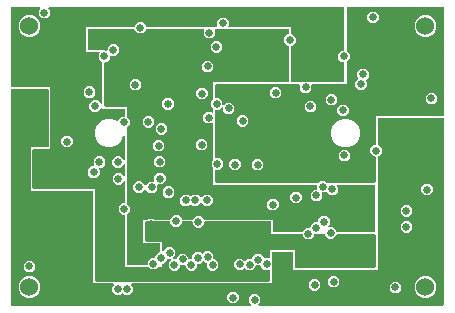
<source format=gbr>
G04 EAGLE Gerber RS-274X export*
G75*
%MOMM*%
%FSLAX34Y34*%
%LPD*%
%INEAGLE Copper Layer 2*%
%IPPOS*%
%AMOC8*
5,1,8,0,0,1.08239X$1,22.5*%
G01*
%ADD10C,1.524000*%
%ADD11C,0.662941*%
%ADD12C,0.656400*%

G36*
X35199Y-125980D02*
X35199Y-125980D01*
X35218Y-125982D01*
X35320Y-125960D01*
X35422Y-125944D01*
X35439Y-125934D01*
X35459Y-125930D01*
X35548Y-125877D01*
X35639Y-125828D01*
X35653Y-125814D01*
X35670Y-125804D01*
X35737Y-125725D01*
X35809Y-125650D01*
X35817Y-125632D01*
X35830Y-125617D01*
X35869Y-125521D01*
X35912Y-125427D01*
X35914Y-125407D01*
X35922Y-125389D01*
X35940Y-125222D01*
X35940Y-116853D01*
X35937Y-116833D01*
X35939Y-116813D01*
X35917Y-116712D01*
X35901Y-116610D01*
X35891Y-116592D01*
X35887Y-116573D01*
X35834Y-116484D01*
X35785Y-116393D01*
X35771Y-116379D01*
X35761Y-116362D01*
X35682Y-116294D01*
X35607Y-116223D01*
X35589Y-116215D01*
X35574Y-116202D01*
X35478Y-116163D01*
X35384Y-116120D01*
X35364Y-116117D01*
X35346Y-116110D01*
X35179Y-116091D01*
X31142Y-116091D01*
X28308Y-113257D01*
X28308Y-113043D01*
X28304Y-113023D01*
X28307Y-113003D01*
X28285Y-112902D01*
X28268Y-112800D01*
X28259Y-112782D01*
X28254Y-112763D01*
X28201Y-112674D01*
X28153Y-112583D01*
X28138Y-112569D01*
X28128Y-112552D01*
X28049Y-112484D01*
X27974Y-112413D01*
X27956Y-112405D01*
X27941Y-112392D01*
X27845Y-112353D01*
X27751Y-112310D01*
X27732Y-112307D01*
X27713Y-112300D01*
X27546Y-112281D01*
X24511Y-112281D01*
X24491Y-112285D01*
X24471Y-112282D01*
X24370Y-112304D01*
X24268Y-112321D01*
X24251Y-112330D01*
X24231Y-112335D01*
X24142Y-112388D01*
X24051Y-112436D01*
X24037Y-112451D01*
X24020Y-112461D01*
X23953Y-112540D01*
X23881Y-112615D01*
X23873Y-112633D01*
X23860Y-112648D01*
X23821Y-112744D01*
X23778Y-112838D01*
X23776Y-112857D01*
X23768Y-112876D01*
X23750Y-113043D01*
X23750Y-113638D01*
X20915Y-116472D01*
X16906Y-116472D01*
X15137Y-114704D01*
X15121Y-114692D01*
X15108Y-114676D01*
X15021Y-114620D01*
X14937Y-114560D01*
X14918Y-114554D01*
X14901Y-114543D01*
X14801Y-114518D01*
X14702Y-114488D01*
X14682Y-114488D01*
X14663Y-114483D01*
X14560Y-114491D01*
X14456Y-114494D01*
X14437Y-114501D01*
X14418Y-114503D01*
X14323Y-114543D01*
X14225Y-114579D01*
X14210Y-114591D01*
X14191Y-114599D01*
X14060Y-114704D01*
X12546Y-116218D01*
X8536Y-116218D01*
X5702Y-113384D01*
X5702Y-109374D01*
X8536Y-106540D01*
X12546Y-106540D01*
X14314Y-108308D01*
X14331Y-108320D01*
X14343Y-108336D01*
X14430Y-108392D01*
X14514Y-108452D01*
X14533Y-108458D01*
X14550Y-108469D01*
X14650Y-108494D01*
X14749Y-108524D01*
X14769Y-108524D01*
X14788Y-108529D01*
X14891Y-108521D01*
X14995Y-108518D01*
X15014Y-108511D01*
X15034Y-108509D01*
X15128Y-108469D01*
X15226Y-108433D01*
X15242Y-108421D01*
X15260Y-108413D01*
X15391Y-108308D01*
X16906Y-106794D01*
X20307Y-106794D01*
X20327Y-106790D01*
X20347Y-106793D01*
X20448Y-106771D01*
X20550Y-106754D01*
X20568Y-106745D01*
X20587Y-106740D01*
X20676Y-106687D01*
X20767Y-106639D01*
X20781Y-106624D01*
X20798Y-106614D01*
X20866Y-106535D01*
X20937Y-106460D01*
X20945Y-106442D01*
X20958Y-106427D01*
X20997Y-106331D01*
X21040Y-106237D01*
X21043Y-106218D01*
X21050Y-106199D01*
X21069Y-106032D01*
X21069Y-105437D01*
X23903Y-102603D01*
X27913Y-102603D01*
X30747Y-105437D01*
X30747Y-105651D01*
X30751Y-105671D01*
X30748Y-105691D01*
X30770Y-105792D01*
X30787Y-105894D01*
X30796Y-105912D01*
X30801Y-105931D01*
X30854Y-106020D01*
X30902Y-106111D01*
X30917Y-106125D01*
X30927Y-106142D01*
X31006Y-106210D01*
X31081Y-106281D01*
X31099Y-106289D01*
X31114Y-106302D01*
X31210Y-106341D01*
X31304Y-106384D01*
X31323Y-106387D01*
X31342Y-106394D01*
X31509Y-106413D01*
X35179Y-106413D01*
X35199Y-106409D01*
X35218Y-106412D01*
X35320Y-106390D01*
X35422Y-106373D01*
X35439Y-106364D01*
X35459Y-106359D01*
X35548Y-106306D01*
X35639Y-106258D01*
X35653Y-106243D01*
X35670Y-106233D01*
X35737Y-106154D01*
X35809Y-106079D01*
X35817Y-106061D01*
X35830Y-106046D01*
X35869Y-105950D01*
X35912Y-105856D01*
X35914Y-105837D01*
X35922Y-105818D01*
X35940Y-105651D01*
X35940Y-99059D01*
X57024Y-99059D01*
X57024Y-113665D01*
X57027Y-113685D01*
X57025Y-113704D01*
X57047Y-113806D01*
X57064Y-113908D01*
X57073Y-113925D01*
X57077Y-113945D01*
X57130Y-114034D01*
X57179Y-114125D01*
X57193Y-114139D01*
X57203Y-114156D01*
X57282Y-114223D01*
X57357Y-114295D01*
X57375Y-114303D01*
X57390Y-114316D01*
X57486Y-114355D01*
X57580Y-114398D01*
X57600Y-114400D01*
X57618Y-114408D01*
X57785Y-114426D01*
X124714Y-114426D01*
X124734Y-114423D01*
X124753Y-114425D01*
X124855Y-114403D01*
X124957Y-114387D01*
X124974Y-114377D01*
X124994Y-114373D01*
X125083Y-114320D01*
X125174Y-114271D01*
X125188Y-114257D01*
X125205Y-114247D01*
X125272Y-114168D01*
X125344Y-114093D01*
X125352Y-114075D01*
X125365Y-114060D01*
X125404Y-113964D01*
X125447Y-113870D01*
X125449Y-113850D01*
X125457Y-113832D01*
X125475Y-113665D01*
X125475Y-86614D01*
X125472Y-86594D01*
X125474Y-86575D01*
X125452Y-86473D01*
X125436Y-86371D01*
X125426Y-86354D01*
X125422Y-86334D01*
X125369Y-86245D01*
X125320Y-86154D01*
X125306Y-86140D01*
X125296Y-86123D01*
X125217Y-86056D01*
X125142Y-85985D01*
X125124Y-85976D01*
X125109Y-85963D01*
X125013Y-85924D01*
X124919Y-85881D01*
X124899Y-85879D01*
X124881Y-85871D01*
X124714Y-85853D01*
X92977Y-85853D01*
X92957Y-85856D01*
X92937Y-85854D01*
X92836Y-85876D01*
X92734Y-85893D01*
X92716Y-85902D01*
X92697Y-85906D01*
X92608Y-85959D01*
X92517Y-86008D01*
X92503Y-86022D01*
X92486Y-86032D01*
X92418Y-86111D01*
X92347Y-86186D01*
X92339Y-86204D01*
X92326Y-86219D01*
X92287Y-86315D01*
X92244Y-86409D01*
X92241Y-86429D01*
X92234Y-86447D01*
X92215Y-86614D01*
X92215Y-86841D01*
X89381Y-89675D01*
X85371Y-89675D01*
X82537Y-86841D01*
X82537Y-86614D01*
X82533Y-86594D01*
X82536Y-86575D01*
X82514Y-86473D01*
X82497Y-86371D01*
X82488Y-86354D01*
X82483Y-86334D01*
X82430Y-86245D01*
X82382Y-86154D01*
X82367Y-86140D01*
X82357Y-86123D01*
X82278Y-86056D01*
X82203Y-85985D01*
X82185Y-85976D01*
X82170Y-85963D01*
X82074Y-85924D01*
X81980Y-85881D01*
X81961Y-85879D01*
X81942Y-85871D01*
X81775Y-85853D01*
X74181Y-85853D01*
X74161Y-85856D01*
X74141Y-85854D01*
X74040Y-85876D01*
X73938Y-85893D01*
X73920Y-85902D01*
X73901Y-85906D01*
X73812Y-85959D01*
X73721Y-86008D01*
X73707Y-86022D01*
X73690Y-86032D01*
X73622Y-86111D01*
X73551Y-86186D01*
X73543Y-86204D01*
X73530Y-86219D01*
X73491Y-86315D01*
X73448Y-86409D01*
X73445Y-86429D01*
X73438Y-86447D01*
X73419Y-86614D01*
X73419Y-87349D01*
X70585Y-90183D01*
X66575Y-90183D01*
X63741Y-87349D01*
X63741Y-86614D01*
X63737Y-86594D01*
X63740Y-86575D01*
X63718Y-86473D01*
X63701Y-86371D01*
X63692Y-86354D01*
X63687Y-86334D01*
X63634Y-86245D01*
X63586Y-86154D01*
X63571Y-86140D01*
X63561Y-86123D01*
X63482Y-86056D01*
X63407Y-85985D01*
X63389Y-85976D01*
X63374Y-85963D01*
X63278Y-85924D01*
X63184Y-85881D01*
X63165Y-85879D01*
X63146Y-85871D01*
X62979Y-85853D01*
X37210Y-85853D01*
X37210Y-75846D01*
X37207Y-75826D01*
X37209Y-75806D01*
X37187Y-75705D01*
X37171Y-75603D01*
X37161Y-75585D01*
X37157Y-75566D01*
X37104Y-75477D01*
X37055Y-75385D01*
X37041Y-75372D01*
X37031Y-75355D01*
X36952Y-75287D01*
X36877Y-75216D01*
X36859Y-75208D01*
X36844Y-75195D01*
X36748Y-75156D01*
X36654Y-75112D01*
X36634Y-75110D01*
X36616Y-75103D01*
X36449Y-75084D01*
X-19037Y-75084D01*
X-19057Y-75088D01*
X-19077Y-75085D01*
X-19178Y-75107D01*
X-19280Y-75124D01*
X-19298Y-75133D01*
X-19317Y-75138D01*
X-19406Y-75191D01*
X-19497Y-75239D01*
X-19511Y-75254D01*
X-19528Y-75264D01*
X-19596Y-75343D01*
X-19667Y-75418D01*
X-19675Y-75436D01*
X-19688Y-75451D01*
X-19727Y-75547D01*
X-19770Y-75641D01*
X-19773Y-75660D01*
X-19780Y-75679D01*
X-19799Y-75846D01*
X-19799Y-77570D01*
X-22633Y-80404D01*
X-26643Y-80404D01*
X-29477Y-77570D01*
X-29477Y-75846D01*
X-29481Y-75826D01*
X-29478Y-75806D01*
X-29500Y-75705D01*
X-29517Y-75603D01*
X-29526Y-75585D01*
X-29531Y-75566D01*
X-29584Y-75477D01*
X-29632Y-75385D01*
X-29647Y-75372D01*
X-29657Y-75355D01*
X-29736Y-75287D01*
X-29811Y-75216D01*
X-29829Y-75208D01*
X-29844Y-75195D01*
X-29940Y-75156D01*
X-30034Y-75112D01*
X-30053Y-75110D01*
X-30072Y-75103D01*
X-30239Y-75084D01*
X-37779Y-75084D01*
X-37799Y-75088D01*
X-37818Y-75085D01*
X-37920Y-75107D01*
X-38022Y-75124D01*
X-38039Y-75133D01*
X-38059Y-75138D01*
X-38148Y-75191D01*
X-38239Y-75239D01*
X-38253Y-75254D01*
X-38270Y-75264D01*
X-38337Y-75343D01*
X-38408Y-75418D01*
X-38417Y-75436D01*
X-38430Y-75451D01*
X-38469Y-75547D01*
X-38512Y-75641D01*
X-38514Y-75660D01*
X-38522Y-75679D01*
X-38540Y-75846D01*
X-38540Y-76753D01*
X-41375Y-79588D01*
X-45384Y-79588D01*
X-48219Y-76753D01*
X-48219Y-75846D01*
X-48222Y-75826D01*
X-48220Y-75806D01*
X-48242Y-75705D01*
X-48259Y-75603D01*
X-48268Y-75585D01*
X-48272Y-75566D01*
X-48326Y-75477D01*
X-48374Y-75385D01*
X-48388Y-75372D01*
X-48399Y-75355D01*
X-48477Y-75287D01*
X-48552Y-75216D01*
X-48570Y-75208D01*
X-48585Y-75195D01*
X-48682Y-75156D01*
X-48775Y-75112D01*
X-48795Y-75110D01*
X-48814Y-75103D01*
X-48980Y-75084D01*
X-68961Y-75084D01*
X-68981Y-75088D01*
X-69000Y-75085D01*
X-69102Y-75107D01*
X-69204Y-75124D01*
X-69221Y-75133D01*
X-69241Y-75138D01*
X-69330Y-75191D01*
X-69421Y-75239D01*
X-69435Y-75254D01*
X-69452Y-75264D01*
X-69519Y-75343D01*
X-69591Y-75418D01*
X-69599Y-75436D01*
X-69612Y-75451D01*
X-69651Y-75547D01*
X-69694Y-75641D01*
X-69696Y-75660D01*
X-69704Y-75679D01*
X-69722Y-75846D01*
X-69722Y-91440D01*
X-69719Y-91460D01*
X-69721Y-91479D01*
X-69699Y-91581D01*
X-69683Y-91683D01*
X-69673Y-91700D01*
X-69669Y-91720D01*
X-69616Y-91809D01*
X-69567Y-91900D01*
X-69553Y-91914D01*
X-69543Y-91931D01*
X-69464Y-91998D01*
X-69389Y-92070D01*
X-69371Y-92078D01*
X-69356Y-92091D01*
X-69260Y-92130D01*
X-69166Y-92173D01*
X-69146Y-92175D01*
X-69128Y-92183D01*
X-68961Y-92201D01*
X-55371Y-92201D01*
X-55371Y-99487D01*
X-55360Y-99558D01*
X-55358Y-99630D01*
X-55340Y-99679D01*
X-55332Y-99730D01*
X-55298Y-99793D01*
X-55273Y-99861D01*
X-55241Y-99901D01*
X-55216Y-99947D01*
X-55165Y-99997D01*
X-55120Y-100053D01*
X-55076Y-100081D01*
X-55038Y-100117D01*
X-54973Y-100147D01*
X-54913Y-100186D01*
X-54862Y-100198D01*
X-54815Y-100220D01*
X-54744Y-100228D01*
X-54674Y-100246D01*
X-54622Y-100242D01*
X-54571Y-100247D01*
X-54500Y-100232D01*
X-54429Y-100227D01*
X-54381Y-100206D01*
X-54330Y-100195D01*
X-54269Y-100158D01*
X-54203Y-100130D01*
X-54147Y-100085D01*
X-54119Y-100069D01*
X-54104Y-100051D01*
X-54072Y-100025D01*
X-51034Y-96987D01*
X-47024Y-96987D01*
X-44190Y-99822D01*
X-44190Y-103831D01*
X-46233Y-105875D01*
X-46275Y-105933D01*
X-46325Y-105985D01*
X-46346Y-106032D01*
X-46377Y-106075D01*
X-46398Y-106143D01*
X-46428Y-106208D01*
X-46434Y-106260D01*
X-46449Y-106310D01*
X-46447Y-106382D01*
X-46455Y-106453D01*
X-46444Y-106504D01*
X-46443Y-106556D01*
X-46418Y-106623D01*
X-46403Y-106693D01*
X-46376Y-106738D01*
X-46358Y-106787D01*
X-46314Y-106843D01*
X-46277Y-106904D01*
X-46237Y-106938D01*
X-46205Y-106979D01*
X-46144Y-107018D01*
X-46090Y-107064D01*
X-46042Y-107084D01*
X-45998Y-107112D01*
X-45928Y-107129D01*
X-45862Y-107156D01*
X-45790Y-107164D01*
X-45759Y-107172D01*
X-45736Y-107170D01*
X-45695Y-107175D01*
X-43433Y-107175D01*
X-43414Y-107171D01*
X-43394Y-107174D01*
X-43293Y-107152D01*
X-43191Y-107135D01*
X-43173Y-107126D01*
X-43153Y-107121D01*
X-43064Y-107068D01*
X-42973Y-107020D01*
X-42959Y-107005D01*
X-42942Y-106995D01*
X-42875Y-106916D01*
X-42804Y-106841D01*
X-42795Y-106823D01*
X-42782Y-106808D01*
X-42744Y-106712D01*
X-42700Y-106618D01*
X-42698Y-106599D01*
X-42690Y-106580D01*
X-42672Y-106413D01*
X-42672Y-105297D01*
X-39837Y-102462D01*
X-35828Y-102462D01*
X-32993Y-105297D01*
X-32993Y-106477D01*
X-32990Y-106496D01*
X-32992Y-106516D01*
X-32970Y-106618D01*
X-32953Y-106720D01*
X-32944Y-106737D01*
X-32940Y-106757D01*
X-32887Y-106846D01*
X-32838Y-106937D01*
X-32824Y-106951D01*
X-32814Y-106968D01*
X-32735Y-107035D01*
X-32660Y-107106D01*
X-32642Y-107115D01*
X-32627Y-107128D01*
X-32531Y-107166D01*
X-32437Y-107210D01*
X-32417Y-107212D01*
X-32399Y-107220D01*
X-32232Y-107238D01*
X-30581Y-107238D01*
X-30561Y-107235D01*
X-30541Y-107237D01*
X-30440Y-107215D01*
X-30338Y-107198D01*
X-30320Y-107189D01*
X-30301Y-107185D01*
X-30212Y-107132D01*
X-30121Y-107083D01*
X-30107Y-107069D01*
X-30090Y-107059D01*
X-30022Y-106980D01*
X-29951Y-106905D01*
X-29943Y-106887D01*
X-29930Y-106872D01*
X-29891Y-106775D01*
X-29848Y-106682D01*
X-29845Y-106662D01*
X-29838Y-106644D01*
X-29819Y-106477D01*
X-29819Y-103926D01*
X-26985Y-101091D01*
X-22975Y-101091D01*
X-21848Y-102218D01*
X-21832Y-102230D01*
X-21820Y-102245D01*
X-21733Y-102302D01*
X-21649Y-102362D01*
X-21630Y-102368D01*
X-21613Y-102378D01*
X-21512Y-102404D01*
X-21414Y-102434D01*
X-21394Y-102434D01*
X-21374Y-102439D01*
X-21271Y-102431D01*
X-21168Y-102428D01*
X-21149Y-102421D01*
X-21129Y-102419D01*
X-21034Y-102379D01*
X-20937Y-102343D01*
X-20921Y-102331D01*
X-20903Y-102323D01*
X-20772Y-102218D01*
X-18769Y-100215D01*
X-14759Y-100215D01*
X-11925Y-103050D01*
X-11925Y-106451D01*
X-11921Y-106471D01*
X-11924Y-106491D01*
X-11902Y-106592D01*
X-11885Y-106694D01*
X-11876Y-106712D01*
X-11871Y-106731D01*
X-11818Y-106820D01*
X-11770Y-106912D01*
X-11755Y-106925D01*
X-11745Y-106942D01*
X-11666Y-107010D01*
X-11591Y-107081D01*
X-11573Y-107089D01*
X-11558Y-107102D01*
X-11462Y-107141D01*
X-11368Y-107185D01*
X-11349Y-107187D01*
X-11330Y-107194D01*
X-11163Y-107213D01*
X-10441Y-107213D01*
X-7607Y-110048D01*
X-7607Y-114057D01*
X-10441Y-116892D01*
X-14451Y-116892D01*
X-17285Y-114057D01*
X-17285Y-110655D01*
X-17289Y-110635D01*
X-17286Y-110616D01*
X-17308Y-110514D01*
X-17325Y-110412D01*
X-17334Y-110395D01*
X-17339Y-110375D01*
X-17392Y-110286D01*
X-17440Y-110195D01*
X-17455Y-110181D01*
X-17465Y-110164D01*
X-17544Y-110097D01*
X-17619Y-110026D01*
X-17637Y-110017D01*
X-17652Y-110004D01*
X-17748Y-109966D01*
X-17842Y-109922D01*
X-17861Y-109920D01*
X-17880Y-109912D01*
X-18047Y-109894D01*
X-18769Y-109894D01*
X-19896Y-108767D01*
X-19912Y-108755D01*
X-19924Y-108740D01*
X-20012Y-108684D01*
X-20095Y-108623D01*
X-20114Y-108617D01*
X-20131Y-108607D01*
X-20232Y-108581D01*
X-20330Y-108551D01*
X-20350Y-108551D01*
X-20370Y-108547D01*
X-20473Y-108555D01*
X-20576Y-108557D01*
X-20595Y-108564D01*
X-20615Y-108566D01*
X-20710Y-108606D01*
X-20807Y-108642D01*
X-20823Y-108654D01*
X-20841Y-108662D01*
X-20972Y-108767D01*
X-22975Y-110770D01*
X-25006Y-110770D01*
X-25026Y-110773D01*
X-25046Y-110771D01*
X-25147Y-110793D01*
X-25249Y-110810D01*
X-25267Y-110819D01*
X-25286Y-110823D01*
X-25375Y-110877D01*
X-25466Y-110925D01*
X-25480Y-110939D01*
X-25497Y-110950D01*
X-25565Y-111028D01*
X-25636Y-111103D01*
X-25644Y-111121D01*
X-25657Y-111137D01*
X-25696Y-111233D01*
X-25739Y-111326D01*
X-25742Y-111346D01*
X-25749Y-111365D01*
X-25768Y-111531D01*
X-25768Y-114082D01*
X-28602Y-116917D01*
X-32612Y-116917D01*
X-35446Y-114082D01*
X-35446Y-112902D01*
X-35450Y-112883D01*
X-35447Y-112863D01*
X-35469Y-112762D01*
X-35486Y-112660D01*
X-35495Y-112642D01*
X-35500Y-112622D01*
X-35553Y-112533D01*
X-35601Y-112442D01*
X-35616Y-112428D01*
X-35626Y-112411D01*
X-35705Y-112344D01*
X-35780Y-112273D01*
X-35798Y-112264D01*
X-35813Y-112251D01*
X-35909Y-112213D01*
X-36003Y-112169D01*
X-36022Y-112167D01*
X-36041Y-112159D01*
X-36208Y-112141D01*
X-39352Y-112141D01*
X-39371Y-112144D01*
X-39391Y-112142D01*
X-39492Y-112164D01*
X-39594Y-112181D01*
X-39612Y-112190D01*
X-39631Y-112194D01*
X-39720Y-112248D01*
X-39812Y-112296D01*
X-39825Y-112310D01*
X-39842Y-112320D01*
X-39910Y-112399D01*
X-39981Y-112474D01*
X-39989Y-112492D01*
X-40002Y-112507D01*
X-40041Y-112604D01*
X-40085Y-112697D01*
X-40087Y-112717D01*
X-40094Y-112736D01*
X-40113Y-112902D01*
X-40113Y-114019D01*
X-42948Y-116853D01*
X-46957Y-116853D01*
X-49792Y-114019D01*
X-49792Y-110009D01*
X-47748Y-107966D01*
X-47706Y-107907D01*
X-47657Y-107855D01*
X-47635Y-107808D01*
X-47604Y-107766D01*
X-47583Y-107697D01*
X-47553Y-107632D01*
X-47547Y-107581D01*
X-47532Y-107531D01*
X-47534Y-107459D01*
X-47526Y-107388D01*
X-47537Y-107337D01*
X-47538Y-107285D01*
X-47563Y-107218D01*
X-47578Y-107148D01*
X-47605Y-107103D01*
X-47623Y-107054D01*
X-47668Y-106998D01*
X-47704Y-106936D01*
X-47744Y-106903D01*
X-47777Y-106862D01*
X-47837Y-106823D01*
X-47891Y-106777D01*
X-47940Y-106757D01*
X-47983Y-106729D01*
X-48053Y-106711D01*
X-48119Y-106685D01*
X-48191Y-106677D01*
X-48222Y-106669D01*
X-48245Y-106671D01*
X-48286Y-106666D01*
X-50514Y-106666D01*
X-50534Y-106669D01*
X-50554Y-106667D01*
X-50655Y-106689D01*
X-50757Y-106706D01*
X-50774Y-106715D01*
X-50794Y-106719D01*
X-50883Y-106773D01*
X-50974Y-106821D01*
X-50988Y-106835D01*
X-51005Y-106846D01*
X-51072Y-106924D01*
X-51144Y-106999D01*
X-51152Y-107017D01*
X-51165Y-107033D01*
X-51204Y-107129D01*
X-51247Y-107222D01*
X-51249Y-107242D01*
X-51257Y-107261D01*
X-51275Y-107427D01*
X-51275Y-108022D01*
X-54110Y-110857D01*
X-54610Y-110857D01*
X-54630Y-110860D01*
X-54649Y-110858D01*
X-54751Y-110880D01*
X-54853Y-110897D01*
X-54870Y-110906D01*
X-54890Y-110910D01*
X-54979Y-110964D01*
X-55070Y-111012D01*
X-55084Y-111026D01*
X-55101Y-111037D01*
X-55168Y-111115D01*
X-55240Y-111190D01*
X-55248Y-111208D01*
X-55261Y-111224D01*
X-55300Y-111320D01*
X-55343Y-111413D01*
X-55345Y-111433D01*
X-55353Y-111452D01*
X-55371Y-111618D01*
X-55371Y-113920D01*
X-58681Y-113920D01*
X-58771Y-113935D01*
X-58862Y-113942D01*
X-58892Y-113954D01*
X-58924Y-113960D01*
X-59004Y-114002D01*
X-59088Y-114038D01*
X-59120Y-114064D01*
X-59141Y-114075D01*
X-59163Y-114098D01*
X-59219Y-114143D01*
X-60787Y-115711D01*
X-64796Y-115711D01*
X-66364Y-114143D01*
X-66438Y-114090D01*
X-66508Y-114030D01*
X-66538Y-114018D01*
X-66564Y-113999D01*
X-66651Y-113972D01*
X-66736Y-113938D01*
X-66777Y-113934D01*
X-66799Y-113927D01*
X-66831Y-113928D01*
X-66903Y-113920D01*
X-86615Y-113920D01*
X-86615Y-70117D01*
X-86618Y-70097D01*
X-86616Y-70077D01*
X-86638Y-69976D01*
X-86655Y-69874D01*
X-86664Y-69856D01*
X-86668Y-69837D01*
X-86721Y-69748D01*
X-86770Y-69657D01*
X-86784Y-69643D01*
X-86794Y-69626D01*
X-86873Y-69558D01*
X-86948Y-69487D01*
X-86966Y-69479D01*
X-86981Y-69466D01*
X-87077Y-69427D01*
X-87171Y-69384D01*
X-87191Y-69381D01*
X-87209Y-69374D01*
X-87376Y-69355D01*
X-89381Y-69355D01*
X-92215Y-66521D01*
X-92215Y-62511D01*
X-89381Y-59677D01*
X-87376Y-59677D01*
X-87356Y-59673D01*
X-87337Y-59676D01*
X-87235Y-59654D01*
X-87133Y-59637D01*
X-87116Y-59628D01*
X-87096Y-59623D01*
X-87007Y-59570D01*
X-86916Y-59522D01*
X-86902Y-59507D01*
X-86885Y-59497D01*
X-86818Y-59418D01*
X-86747Y-59343D01*
X-86738Y-59325D01*
X-86725Y-59310D01*
X-86686Y-59214D01*
X-86643Y-59120D01*
X-86641Y-59101D01*
X-86633Y-59082D01*
X-86615Y-58915D01*
X-86615Y-41817D01*
X-86626Y-41746D01*
X-86628Y-41674D01*
X-86646Y-41625D01*
X-86655Y-41574D01*
X-86688Y-41511D01*
X-86713Y-41443D01*
X-86745Y-41403D01*
X-86770Y-41357D01*
X-86822Y-41307D01*
X-86866Y-41251D01*
X-86910Y-41223D01*
X-86948Y-41187D01*
X-87013Y-41157D01*
X-87073Y-41118D01*
X-87124Y-41106D01*
X-87171Y-41084D01*
X-87242Y-41076D01*
X-87312Y-41058D01*
X-87364Y-41062D01*
X-87415Y-41057D01*
X-87486Y-41072D01*
X-87557Y-41077D01*
X-87605Y-41098D01*
X-87656Y-41109D01*
X-87717Y-41146D01*
X-87783Y-41174D01*
X-87839Y-41219D01*
X-87867Y-41235D01*
X-87882Y-41253D01*
X-87914Y-41279D01*
X-90464Y-43828D01*
X-94473Y-43828D01*
X-97308Y-40994D01*
X-97308Y-36984D01*
X-94473Y-34150D01*
X-90464Y-34150D01*
X-87914Y-36699D01*
X-87856Y-36741D01*
X-87804Y-36791D01*
X-87784Y-36800D01*
X-87776Y-36807D01*
X-87751Y-36817D01*
X-87715Y-36843D01*
X-87646Y-36864D01*
X-87581Y-36894D01*
X-87550Y-36898D01*
X-87548Y-36899D01*
X-87526Y-36901D01*
X-87479Y-36915D01*
X-87412Y-36914D01*
X-87381Y-36917D01*
X-87376Y-36917D01*
X-87337Y-36921D01*
X-87286Y-36910D01*
X-87234Y-36909D01*
X-87166Y-36884D01*
X-87135Y-36877D01*
X-87133Y-36877D01*
X-87096Y-36869D01*
X-87052Y-36842D01*
X-87003Y-36825D01*
X-86947Y-36780D01*
X-86928Y-36769D01*
X-86916Y-36762D01*
X-86914Y-36760D01*
X-86885Y-36743D01*
X-86851Y-36703D01*
X-86811Y-36671D01*
X-86772Y-36611D01*
X-86771Y-36610D01*
X-86747Y-36584D01*
X-86744Y-36578D01*
X-86725Y-36556D01*
X-86706Y-36508D01*
X-86678Y-36464D01*
X-86662Y-36402D01*
X-86643Y-36361D01*
X-86642Y-36348D01*
X-86633Y-36328D01*
X-86625Y-36257D01*
X-86617Y-36225D01*
X-86619Y-36202D01*
X-86615Y-36161D01*
X-86615Y-27479D01*
X-86626Y-27408D01*
X-86628Y-27336D01*
X-86646Y-27287D01*
X-86655Y-27236D01*
X-86688Y-27172D01*
X-86713Y-27105D01*
X-86745Y-27064D01*
X-86770Y-27018D01*
X-86822Y-26969D01*
X-86866Y-26913D01*
X-86910Y-26885D01*
X-86948Y-26849D01*
X-87013Y-26819D01*
X-87073Y-26780D01*
X-87124Y-26767D01*
X-87171Y-26745D01*
X-87242Y-26738D01*
X-87312Y-26720D01*
X-87364Y-26724D01*
X-87415Y-26718D01*
X-87486Y-26734D01*
X-87557Y-26739D01*
X-87605Y-26760D01*
X-87656Y-26771D01*
X-87717Y-26807D01*
X-87783Y-26835D01*
X-87839Y-26880D01*
X-87867Y-26897D01*
X-87882Y-26915D01*
X-87914Y-26940D01*
X-90705Y-29731D01*
X-94715Y-29731D01*
X-97549Y-26897D01*
X-97549Y-22887D01*
X-94715Y-20053D01*
X-90705Y-20053D01*
X-87914Y-22844D01*
X-87856Y-22886D01*
X-87804Y-22935D01*
X-87757Y-22957D01*
X-87715Y-22987D01*
X-87646Y-23008D01*
X-87581Y-23039D01*
X-87529Y-23044D01*
X-87479Y-23060D01*
X-87408Y-23058D01*
X-87337Y-23066D01*
X-87286Y-23055D01*
X-87234Y-23053D01*
X-87166Y-23029D01*
X-87096Y-23013D01*
X-87052Y-22987D01*
X-87003Y-22969D01*
X-86947Y-22924D01*
X-86885Y-22887D01*
X-86851Y-22848D01*
X-86811Y-22815D01*
X-86772Y-22755D01*
X-86725Y-22700D01*
X-86706Y-22652D01*
X-86678Y-22608D01*
X-86660Y-22539D01*
X-86633Y-22472D01*
X-86625Y-22401D01*
X-86617Y-22370D01*
X-86619Y-22346D01*
X-86615Y-22305D01*
X-86615Y-3401D01*
X-86617Y-3390D01*
X-86616Y-3383D01*
X-86624Y-3346D01*
X-86630Y-3305D01*
X-86640Y-3208D01*
X-86650Y-3184D01*
X-86655Y-3158D01*
X-86700Y-3072D01*
X-86740Y-2983D01*
X-86757Y-2964D01*
X-86770Y-2941D01*
X-86840Y-2873D01*
X-86906Y-2802D01*
X-86929Y-2789D01*
X-86948Y-2771D01*
X-87036Y-2730D01*
X-87122Y-2683D01*
X-87147Y-2679D01*
X-87171Y-2668D01*
X-87268Y-2657D01*
X-87364Y-2640D01*
X-87390Y-2643D01*
X-87415Y-2640D01*
X-87511Y-2661D01*
X-87607Y-2675D01*
X-87630Y-2687D01*
X-87656Y-2693D01*
X-87739Y-2743D01*
X-87826Y-2787D01*
X-87845Y-2806D01*
X-87867Y-2819D01*
X-87930Y-2893D01*
X-87998Y-2962D01*
X-88014Y-2991D01*
X-88027Y-3006D01*
X-88039Y-3036D01*
X-88079Y-3109D01*
X-89758Y-7163D01*
X-93157Y-10562D01*
X-97597Y-12401D01*
X-102403Y-12401D01*
X-106843Y-10562D01*
X-110242Y-7163D01*
X-112081Y-2723D01*
X-112081Y2083D01*
X-110242Y6523D01*
X-106843Y9922D01*
X-102403Y11761D01*
X-97597Y11761D01*
X-93457Y10046D01*
X-93412Y10035D01*
X-93371Y10016D01*
X-93293Y10008D01*
X-93218Y9990D01*
X-93172Y9994D01*
X-93126Y9989D01*
X-93050Y10006D01*
X-92973Y10013D01*
X-92931Y10031D01*
X-92886Y10041D01*
X-92819Y10081D01*
X-92748Y10113D01*
X-92714Y10144D01*
X-92675Y10167D01*
X-92624Y10227D01*
X-92567Y10279D01*
X-92545Y10319D01*
X-92515Y10354D01*
X-92486Y10427D01*
X-92448Y10495D01*
X-92440Y10540D01*
X-92423Y10582D01*
X-92408Y10718D01*
X-92405Y10737D01*
X-92405Y10742D01*
X-92404Y10749D01*
X-92404Y10800D01*
X-89570Y13635D01*
X-87376Y13635D01*
X-87356Y13638D01*
X-87337Y13636D01*
X-87235Y13658D01*
X-87133Y13675D01*
X-87116Y13684D01*
X-87096Y13688D01*
X-87007Y13741D01*
X-86916Y13790D01*
X-86902Y13804D01*
X-86885Y13814D01*
X-86818Y13893D01*
X-86747Y13968D01*
X-86738Y13986D01*
X-86725Y14001D01*
X-86686Y14097D01*
X-86643Y14191D01*
X-86641Y14211D01*
X-86633Y14229D01*
X-86615Y14396D01*
X-86615Y19685D01*
X-86618Y19705D01*
X-86616Y19724D01*
X-86638Y19826D01*
X-86655Y19928D01*
X-86664Y19945D01*
X-86668Y19965D01*
X-86721Y20054D01*
X-86770Y20145D01*
X-86784Y20159D01*
X-86794Y20176D01*
X-86873Y20243D01*
X-86948Y20315D01*
X-86966Y20323D01*
X-86981Y20336D01*
X-87077Y20375D01*
X-87171Y20418D01*
X-87191Y20420D01*
X-87209Y20428D01*
X-87376Y20446D01*
X-105915Y20446D01*
X-105922Y20455D01*
X-105947Y20501D01*
X-105999Y20550D01*
X-106043Y20606D01*
X-106087Y20635D01*
X-106125Y20670D01*
X-106190Y20701D01*
X-106250Y20739D01*
X-106301Y20752D01*
X-106348Y20774D01*
X-106419Y20782D01*
X-106489Y20799D01*
X-106541Y20795D01*
X-106592Y20801D01*
X-106663Y20786D01*
X-106734Y20780D01*
X-106782Y20760D01*
X-106833Y20749D01*
X-106894Y20712D01*
X-106960Y20684D01*
X-107016Y20639D01*
X-107044Y20623D01*
X-107059Y20605D01*
X-107091Y20579D01*
X-109989Y17681D01*
X-113999Y17681D01*
X-116833Y20516D01*
X-116833Y24525D01*
X-113999Y27360D01*
X-109989Y27360D01*
X-107091Y24462D01*
X-107033Y24420D01*
X-106981Y24371D01*
X-106934Y24349D01*
X-106892Y24318D01*
X-106823Y24297D01*
X-106758Y24267D01*
X-106706Y24261D01*
X-106656Y24246D01*
X-106585Y24248D01*
X-106514Y24240D01*
X-106463Y24251D01*
X-106411Y24252D01*
X-106343Y24277D01*
X-106273Y24292D01*
X-106229Y24319D01*
X-106180Y24337D01*
X-106124Y24382D01*
X-106062Y24418D01*
X-106028Y24458D01*
X-105988Y24490D01*
X-105949Y24551D01*
X-105902Y24605D01*
X-105883Y24653D01*
X-105855Y24697D01*
X-105837Y24767D01*
X-105810Y24833D01*
X-105802Y24905D01*
X-105794Y24936D01*
X-105796Y24959D01*
X-105792Y25000D01*
X-105792Y59262D01*
X-105807Y59353D01*
X-105814Y59443D01*
X-105826Y59473D01*
X-105832Y59505D01*
X-105874Y59586D01*
X-105910Y59670D01*
X-105936Y59702D01*
X-105947Y59723D01*
X-105970Y59745D01*
X-106015Y59801D01*
X-108979Y62765D01*
X-108979Y66775D01*
X-108347Y67407D01*
X-108305Y67465D01*
X-108256Y67517D01*
X-108234Y67564D01*
X-108204Y67606D01*
X-108183Y67675D01*
X-108152Y67740D01*
X-108147Y67792D01*
X-108131Y67842D01*
X-108133Y67913D01*
X-108125Y67984D01*
X-108136Y68035D01*
X-108138Y68087D01*
X-108162Y68155D01*
X-108178Y68225D01*
X-108204Y68269D01*
X-108222Y68318D01*
X-108267Y68374D01*
X-108304Y68436D01*
X-108343Y68470D01*
X-108376Y68510D01*
X-108436Y68549D01*
X-108491Y68596D01*
X-108539Y68615D01*
X-108583Y68643D01*
X-108652Y68661D01*
X-108719Y68688D01*
X-108790Y68696D01*
X-108821Y68704D01*
X-108845Y68702D01*
X-108886Y68706D01*
X-119889Y68706D01*
X-119889Y89409D01*
X-79388Y89409D01*
X-79368Y89412D01*
X-79348Y89410D01*
X-79247Y89432D01*
X-79145Y89449D01*
X-79127Y89458D01*
X-79108Y89462D01*
X-79019Y89515D01*
X-78928Y89564D01*
X-78914Y89578D01*
X-78897Y89588D01*
X-78829Y89667D01*
X-78758Y89742D01*
X-78750Y89760D01*
X-78737Y89775D01*
X-78698Y89871D01*
X-78655Y89965D01*
X-78652Y89985D01*
X-78645Y90003D01*
X-78626Y90170D01*
X-78626Y90905D01*
X-75792Y93739D01*
X-71782Y93739D01*
X-68948Y90905D01*
X-68948Y90170D01*
X-68944Y90150D01*
X-68947Y90131D01*
X-68925Y90029D01*
X-68908Y89927D01*
X-68899Y89910D01*
X-68894Y89890D01*
X-68841Y89801D01*
X-68793Y89710D01*
X-68778Y89696D01*
X-68768Y89679D01*
X-68689Y89612D01*
X-68614Y89541D01*
X-68596Y89532D01*
X-68581Y89519D01*
X-68485Y89480D01*
X-68391Y89437D01*
X-68372Y89435D01*
X-68353Y89427D01*
X-68186Y89409D01*
X-17827Y89409D01*
X-17736Y89424D01*
X-17646Y89431D01*
X-17616Y89443D01*
X-17584Y89449D01*
X-17503Y89491D01*
X-17419Y89527D01*
X-17387Y89553D01*
X-17366Y89564D01*
X-17344Y89587D01*
X-17288Y89632D01*
X-17245Y89675D01*
X-13235Y89675D01*
X-13192Y89632D01*
X-13118Y89579D01*
X-13048Y89519D01*
X-13018Y89507D01*
X-12992Y89488D01*
X-12905Y89461D01*
X-12820Y89427D01*
X-12779Y89423D01*
X-12757Y89416D01*
X-12725Y89417D01*
X-12653Y89409D01*
X-9191Y89409D01*
X-9120Y89420D01*
X-9048Y89422D01*
X-8999Y89440D01*
X-8948Y89449D01*
X-8885Y89482D01*
X-8817Y89507D01*
X-8776Y89539D01*
X-8730Y89564D01*
X-8681Y89615D01*
X-8625Y89660D01*
X-8597Y89704D01*
X-8561Y89742D01*
X-8531Y89807D01*
X-8492Y89867D01*
X-8479Y89918D01*
X-8457Y89965D01*
X-8450Y90036D01*
X-8432Y90106D01*
X-8436Y90158D01*
X-8430Y90209D01*
X-8446Y90280D01*
X-8451Y90351D01*
X-8472Y90399D01*
X-8483Y90450D01*
X-8519Y90511D01*
X-8547Y90577D01*
X-8592Y90633D01*
X-8609Y90661D01*
X-8627Y90676D01*
X-8649Y90705D01*
X-8649Y94715D01*
X-5815Y97549D01*
X-1805Y97549D01*
X1029Y94715D01*
X1029Y90704D01*
X990Y90650D01*
X941Y90598D01*
X919Y90551D01*
X889Y90509D01*
X868Y90440D01*
X837Y90375D01*
X832Y90323D01*
X816Y90274D01*
X818Y90202D01*
X810Y90131D01*
X821Y90080D01*
X823Y90028D01*
X847Y89960D01*
X863Y89890D01*
X889Y89845D01*
X907Y89797D01*
X952Y89741D01*
X989Y89679D01*
X1028Y89645D01*
X1061Y89605D01*
X1121Y89566D01*
X1176Y89519D01*
X1224Y89500D01*
X1268Y89472D01*
X1337Y89454D01*
X1404Y89427D01*
X1475Y89419D01*
X1506Y89411D01*
X1530Y89413D01*
X1571Y89409D01*
X53468Y89409D01*
X53468Y84087D01*
X53471Y84067D01*
X53469Y84047D01*
X53491Y83946D01*
X53508Y83844D01*
X53517Y83826D01*
X53521Y83807D01*
X53574Y83718D01*
X53623Y83627D01*
X53637Y83613D01*
X53647Y83596D01*
X53726Y83528D01*
X53801Y83457D01*
X53819Y83449D01*
X53834Y83436D01*
X53930Y83397D01*
X54024Y83354D01*
X54044Y83351D01*
X54062Y83344D01*
X54229Y83325D01*
X54837Y83325D01*
X57671Y80491D01*
X57671Y76481D01*
X54837Y73647D01*
X54229Y73647D01*
X54209Y73643D01*
X54190Y73646D01*
X54088Y73624D01*
X53986Y73607D01*
X53969Y73598D01*
X53949Y73593D01*
X53860Y73540D01*
X53769Y73492D01*
X53755Y73477D01*
X53738Y73467D01*
X53671Y73388D01*
X53600Y73313D01*
X53591Y73295D01*
X53578Y73280D01*
X53539Y73184D01*
X53496Y73090D01*
X53494Y73071D01*
X53486Y73052D01*
X53468Y72885D01*
X53468Y43307D01*
X53471Y43287D01*
X53469Y43268D01*
X53491Y43166D01*
X53508Y43064D01*
X53517Y43047D01*
X53521Y43027D01*
X53574Y42938D01*
X53623Y42847D01*
X53637Y42833D01*
X53647Y42816D01*
X53726Y42749D01*
X53801Y42678D01*
X53819Y42669D01*
X53834Y42656D01*
X53930Y42617D01*
X54024Y42574D01*
X54044Y42572D01*
X54062Y42564D01*
X54229Y42546D01*
X63181Y42546D01*
X63271Y42561D01*
X63362Y42568D01*
X63392Y42580D01*
X63424Y42586D01*
X63505Y42628D01*
X63588Y42664D01*
X63621Y42690D01*
X63641Y42701D01*
X63663Y42724D01*
X63719Y42769D01*
X64180Y43229D01*
X68189Y43229D01*
X68650Y42769D01*
X68724Y42716D01*
X68793Y42656D01*
X68824Y42644D01*
X68850Y42625D01*
X68937Y42598D01*
X69022Y42564D01*
X69063Y42560D01*
X69085Y42553D01*
X69117Y42554D01*
X69188Y42546D01*
X98298Y42546D01*
X98318Y42549D01*
X98337Y42547D01*
X98439Y42569D01*
X98541Y42586D01*
X98558Y42595D01*
X98578Y42599D01*
X98667Y42652D01*
X98758Y42701D01*
X98772Y42715D01*
X98789Y42725D01*
X98856Y42804D01*
X98928Y42879D01*
X98936Y42897D01*
X98949Y42912D01*
X98988Y43008D01*
X99031Y43102D01*
X99033Y43122D01*
X99041Y43140D01*
X99059Y43307D01*
X99059Y59169D01*
X99056Y59189D01*
X99058Y59209D01*
X99036Y59310D01*
X99020Y59412D01*
X99010Y59430D01*
X99006Y59449D01*
X98953Y59538D01*
X98904Y59629D01*
X98890Y59643D01*
X98880Y59660D01*
X98801Y59728D01*
X98726Y59799D01*
X98708Y59807D01*
X98693Y59820D01*
X98597Y59859D01*
X98503Y59902D01*
X98483Y59905D01*
X98465Y59912D01*
X98298Y59931D01*
X96547Y59931D01*
X93713Y62765D01*
X93713Y66775D01*
X96547Y69609D01*
X98298Y69609D01*
X98318Y69613D01*
X98337Y69610D01*
X98439Y69632D01*
X98541Y69649D01*
X98558Y69658D01*
X98578Y69663D01*
X98667Y69716D01*
X98758Y69764D01*
X98772Y69779D01*
X98789Y69789D01*
X98856Y69868D01*
X98928Y69943D01*
X98936Y69961D01*
X98949Y69976D01*
X98988Y70072D01*
X99031Y70166D01*
X99033Y70185D01*
X99041Y70204D01*
X99059Y70371D01*
X99059Y105410D01*
X99056Y105430D01*
X99058Y105449D01*
X99036Y105551D01*
X99020Y105653D01*
X99010Y105670D01*
X99006Y105690D01*
X98953Y105779D01*
X98904Y105870D01*
X98890Y105884D01*
X98880Y105901D01*
X98801Y105968D01*
X98726Y106040D01*
X98708Y106048D01*
X98693Y106061D01*
X98597Y106100D01*
X98503Y106143D01*
X98483Y106145D01*
X98465Y106153D01*
X98298Y106171D01*
X-150829Y106171D01*
X-150900Y106160D01*
X-150972Y106158D01*
X-151021Y106140D01*
X-151072Y106132D01*
X-151136Y106098D01*
X-151203Y106073D01*
X-151244Y106041D01*
X-151290Y106016D01*
X-151339Y105964D01*
X-151395Y105920D01*
X-151423Y105876D01*
X-151459Y105838D01*
X-151489Y105773D01*
X-151528Y105713D01*
X-151541Y105662D01*
X-151563Y105615D01*
X-151570Y105544D01*
X-151588Y105474D01*
X-151584Y105422D01*
X-151590Y105371D01*
X-151574Y105300D01*
X-151569Y105229D01*
X-151549Y105181D01*
X-151537Y105130D01*
X-151501Y105069D01*
X-151473Y105003D01*
X-151428Y104947D01*
X-151411Y104919D01*
X-151393Y104904D01*
X-151368Y104872D01*
X-150101Y103605D01*
X-150101Y99595D01*
X-152935Y96761D01*
X-156945Y96761D01*
X-159779Y99595D01*
X-159779Y103605D01*
X-158512Y104872D01*
X-158470Y104930D01*
X-158421Y104982D01*
X-158399Y105029D01*
X-158369Y105071D01*
X-158348Y105140D01*
X-158317Y105205D01*
X-158312Y105257D01*
X-158296Y105307D01*
X-158298Y105378D01*
X-158290Y105449D01*
X-158301Y105500D01*
X-158303Y105552D01*
X-158327Y105620D01*
X-158343Y105690D01*
X-158369Y105735D01*
X-158387Y105783D01*
X-158432Y105839D01*
X-158469Y105901D01*
X-158508Y105935D01*
X-158541Y105975D01*
X-158601Y106014D01*
X-158656Y106061D01*
X-158704Y106080D01*
X-158748Y106108D01*
X-158817Y106126D01*
X-158884Y106153D01*
X-158955Y106161D01*
X-158986Y106169D01*
X-159010Y106167D01*
X-159051Y106171D01*
X-182626Y106171D01*
X-182646Y106168D01*
X-182665Y106170D01*
X-182767Y106148D01*
X-182869Y106132D01*
X-182886Y106122D01*
X-182906Y106118D01*
X-182995Y106065D01*
X-183086Y106016D01*
X-183100Y106002D01*
X-183117Y105992D01*
X-183184Y105913D01*
X-183256Y105838D01*
X-183264Y105820D01*
X-183277Y105805D01*
X-183316Y105709D01*
X-183359Y105615D01*
X-183361Y105595D01*
X-183369Y105577D01*
X-183387Y105410D01*
X-183387Y39243D01*
X-183384Y39223D01*
X-183386Y39204D01*
X-183364Y39102D01*
X-183348Y39000D01*
X-183338Y38983D01*
X-183334Y38963D01*
X-183281Y38874D01*
X-183232Y38783D01*
X-183218Y38769D01*
X-183208Y38752D01*
X-183129Y38685D01*
X-183054Y38614D01*
X-183036Y38605D01*
X-183021Y38592D01*
X-182925Y38553D01*
X-182831Y38510D01*
X-182811Y38508D01*
X-182793Y38500D01*
X-182626Y38482D01*
X-149859Y38482D01*
X-149859Y-14098D01*
X-164338Y-14098D01*
X-164358Y-14101D01*
X-164377Y-14099D01*
X-164479Y-14121D01*
X-164581Y-14138D01*
X-164598Y-14147D01*
X-164618Y-14151D01*
X-164707Y-14204D01*
X-164798Y-14253D01*
X-164812Y-14267D01*
X-164829Y-14277D01*
X-164896Y-14356D01*
X-164968Y-14431D01*
X-164976Y-14449D01*
X-164989Y-14464D01*
X-165028Y-14560D01*
X-165071Y-14654D01*
X-165073Y-14674D01*
X-165081Y-14692D01*
X-165099Y-14859D01*
X-165099Y-46863D01*
X-165096Y-46883D01*
X-165098Y-46902D01*
X-165076Y-47004D01*
X-165060Y-47106D01*
X-165050Y-47123D01*
X-165046Y-47143D01*
X-164993Y-47232D01*
X-164944Y-47323D01*
X-164930Y-47337D01*
X-164920Y-47354D01*
X-164841Y-47421D01*
X-164766Y-47493D01*
X-164748Y-47501D01*
X-164733Y-47514D01*
X-164637Y-47553D01*
X-164543Y-47596D01*
X-164523Y-47598D01*
X-164505Y-47606D01*
X-164338Y-47624D01*
X-112013Y-47624D01*
X-112013Y-125222D01*
X-112010Y-125242D01*
X-112012Y-125261D01*
X-111990Y-125363D01*
X-111974Y-125465D01*
X-111964Y-125482D01*
X-111960Y-125502D01*
X-111907Y-125591D01*
X-111858Y-125682D01*
X-111844Y-125696D01*
X-111834Y-125713D01*
X-111755Y-125780D01*
X-111680Y-125852D01*
X-111662Y-125860D01*
X-111647Y-125873D01*
X-111551Y-125912D01*
X-111457Y-125955D01*
X-111437Y-125957D01*
X-111419Y-125965D01*
X-111252Y-125983D01*
X35179Y-125983D01*
X35199Y-125980D01*
G37*
G36*
X19455Y-146292D02*
X19455Y-146292D01*
X19527Y-146290D01*
X19576Y-146272D01*
X19627Y-146264D01*
X19691Y-146230D01*
X19758Y-146205D01*
X19799Y-146173D01*
X19845Y-146148D01*
X19894Y-146096D01*
X19950Y-146052D01*
X19978Y-146008D01*
X20014Y-145970D01*
X20044Y-145905D01*
X20083Y-145845D01*
X20096Y-145794D01*
X20118Y-145747D01*
X20125Y-145676D01*
X20143Y-145606D01*
X20139Y-145554D01*
X20145Y-145503D01*
X20129Y-145432D01*
X20124Y-145361D01*
X20104Y-145313D01*
X20092Y-145262D01*
X20056Y-145201D01*
X20028Y-145135D01*
X19983Y-145079D01*
X19966Y-145051D01*
X19948Y-145036D01*
X19923Y-145004D01*
X18275Y-143356D01*
X18275Y-139346D01*
X21109Y-136512D01*
X25119Y-136512D01*
X27953Y-139346D01*
X27953Y-143356D01*
X26305Y-145004D01*
X26263Y-145062D01*
X26214Y-145114D01*
X26192Y-145161D01*
X26162Y-145203D01*
X26141Y-145272D01*
X26110Y-145337D01*
X26105Y-145389D01*
X26089Y-145439D01*
X26091Y-145510D01*
X26083Y-145581D01*
X26094Y-145632D01*
X26096Y-145684D01*
X26120Y-145752D01*
X26136Y-145822D01*
X26162Y-145867D01*
X26180Y-145915D01*
X26225Y-145971D01*
X26262Y-146033D01*
X26301Y-146067D01*
X26334Y-146107D01*
X26394Y-146146D01*
X26449Y-146193D01*
X26497Y-146212D01*
X26541Y-146240D01*
X26610Y-146258D01*
X26677Y-146285D01*
X26748Y-146293D01*
X26779Y-146301D01*
X26803Y-146299D01*
X26844Y-146303D01*
X182626Y-146303D01*
X182646Y-146300D01*
X182665Y-146302D01*
X182767Y-146280D01*
X182869Y-146264D01*
X182886Y-146254D01*
X182906Y-146250D01*
X182995Y-146197D01*
X183086Y-146148D01*
X183100Y-146134D01*
X183117Y-146124D01*
X183184Y-146045D01*
X183256Y-145970D01*
X183264Y-145952D01*
X183277Y-145937D01*
X183316Y-145841D01*
X183359Y-145747D01*
X183361Y-145727D01*
X183369Y-145709D01*
X183387Y-145542D01*
X183387Y11938D01*
X183384Y11958D01*
X183386Y11977D01*
X183364Y12079D01*
X183348Y12181D01*
X183338Y12198D01*
X183334Y12218D01*
X183281Y12307D01*
X183232Y12398D01*
X183218Y12412D01*
X183208Y12429D01*
X183129Y12496D01*
X183054Y12568D01*
X183036Y12576D01*
X183021Y12589D01*
X182925Y12628D01*
X182831Y12671D01*
X182811Y12673D01*
X182793Y12681D01*
X182626Y12699D01*
X127889Y12699D01*
X127869Y12696D01*
X127850Y12698D01*
X127748Y12676D01*
X127646Y12660D01*
X127629Y12650D01*
X127609Y12646D01*
X127520Y12593D01*
X127429Y12544D01*
X127415Y12530D01*
X127398Y12520D01*
X127331Y12441D01*
X127260Y12366D01*
X127251Y12348D01*
X127238Y12333D01*
X127199Y12237D01*
X127156Y12143D01*
X127154Y12123D01*
X127146Y12105D01*
X127128Y11938D01*
X127128Y-9645D01*
X127131Y-9664D01*
X127129Y-9684D01*
X127151Y-9785D01*
X127168Y-9887D01*
X127177Y-9905D01*
X127181Y-9924D01*
X127234Y-10013D01*
X127283Y-10105D01*
X127297Y-10118D01*
X127307Y-10136D01*
X127386Y-10203D01*
X127461Y-10274D01*
X127479Y-10282D01*
X127494Y-10295D01*
X127590Y-10334D01*
X127684Y-10378D01*
X127704Y-10380D01*
X127722Y-10387D01*
X127889Y-10406D01*
X127905Y-10406D01*
X130739Y-13241D01*
X130739Y-17250D01*
X127905Y-20085D01*
X127889Y-20085D01*
X127869Y-20088D01*
X127850Y-20086D01*
X127748Y-20108D01*
X127646Y-20124D01*
X127629Y-20134D01*
X127609Y-20138D01*
X127520Y-20191D01*
X127429Y-20240D01*
X127415Y-20254D01*
X127398Y-20264D01*
X127331Y-20343D01*
X127260Y-20418D01*
X127251Y-20436D01*
X127238Y-20451D01*
X127199Y-20547D01*
X127156Y-20641D01*
X127154Y-20661D01*
X127146Y-20679D01*
X127128Y-20846D01*
X127128Y-116079D01*
X55371Y-116079D01*
X55371Y-101346D01*
X55368Y-101326D01*
X55370Y-101307D01*
X55348Y-101205D01*
X55332Y-101103D01*
X55322Y-101086D01*
X55318Y-101066D01*
X55265Y-100977D01*
X55216Y-100886D01*
X55202Y-100872D01*
X55192Y-100855D01*
X55113Y-100788D01*
X55038Y-100717D01*
X55020Y-100708D01*
X55005Y-100695D01*
X54909Y-100656D01*
X54815Y-100613D01*
X54795Y-100611D01*
X54777Y-100603D01*
X54610Y-100585D01*
X38862Y-100585D01*
X38842Y-100588D01*
X38823Y-100586D01*
X38721Y-100608D01*
X38619Y-100625D01*
X38602Y-100634D01*
X38582Y-100638D01*
X38493Y-100691D01*
X38402Y-100740D01*
X38388Y-100754D01*
X38371Y-100764D01*
X38304Y-100843D01*
X38233Y-100918D01*
X38224Y-100936D01*
X38211Y-100951D01*
X38172Y-101047D01*
X38129Y-101141D01*
X38127Y-101161D01*
X38119Y-101179D01*
X38101Y-101346D01*
X38101Y-127509D01*
X-80789Y-127509D01*
X-80860Y-127520D01*
X-80932Y-127522D01*
X-80981Y-127540D01*
X-81032Y-127549D01*
X-81095Y-127582D01*
X-81163Y-127607D01*
X-81203Y-127639D01*
X-81249Y-127664D01*
X-81299Y-127716D01*
X-81355Y-127760D01*
X-81383Y-127804D01*
X-81419Y-127842D01*
X-81449Y-127907D01*
X-81488Y-127967D01*
X-81500Y-128018D01*
X-81522Y-128065D01*
X-81530Y-128136D01*
X-81548Y-128206D01*
X-81544Y-128258D01*
X-81549Y-128309D01*
X-81534Y-128380D01*
X-81529Y-128451D01*
X-81508Y-128499D01*
X-81497Y-128550D01*
X-81460Y-128611D01*
X-81432Y-128677D01*
X-81387Y-128733D01*
X-81371Y-128761D01*
X-81353Y-128776D01*
X-81327Y-128808D01*
X-79806Y-130329D01*
X-79806Y-134339D01*
X-82641Y-137173D01*
X-86650Y-137173D01*
X-88330Y-135494D01*
X-88346Y-135482D01*
X-88359Y-135466D01*
X-88446Y-135410D01*
X-88530Y-135350D01*
X-88549Y-135344D01*
X-88566Y-135333D01*
X-88666Y-135308D01*
X-88765Y-135278D01*
X-88785Y-135278D01*
X-88804Y-135273D01*
X-88907Y-135281D01*
X-89011Y-135284D01*
X-89030Y-135291D01*
X-89049Y-135293D01*
X-89144Y-135333D01*
X-89242Y-135369D01*
X-89257Y-135381D01*
X-89276Y-135389D01*
X-89407Y-135494D01*
X-90959Y-137046D01*
X-94969Y-137046D01*
X-97803Y-134212D01*
X-97803Y-130202D01*
X-96409Y-128808D01*
X-96367Y-128750D01*
X-96318Y-128698D01*
X-96296Y-128651D01*
X-96266Y-128609D01*
X-96245Y-128540D01*
X-96214Y-128475D01*
X-96209Y-128423D01*
X-96193Y-128373D01*
X-96195Y-128302D01*
X-96187Y-128231D01*
X-96198Y-128180D01*
X-96200Y-128128D01*
X-96224Y-128060D01*
X-96240Y-127990D01*
X-96266Y-127946D01*
X-96284Y-127897D01*
X-96329Y-127841D01*
X-96366Y-127779D01*
X-96405Y-127745D01*
X-96438Y-127705D01*
X-96498Y-127666D01*
X-96553Y-127619D01*
X-96601Y-127600D01*
X-96645Y-127572D01*
X-96714Y-127554D01*
X-96781Y-127527D01*
X-96852Y-127519D01*
X-96883Y-127511D01*
X-96907Y-127513D01*
X-96948Y-127509D01*
X-113666Y-127509D01*
X-113666Y-50038D01*
X-113669Y-50018D01*
X-113667Y-49999D01*
X-113689Y-49897D01*
X-113706Y-49795D01*
X-113715Y-49778D01*
X-113719Y-49758D01*
X-113772Y-49669D01*
X-113821Y-49578D01*
X-113835Y-49564D01*
X-113845Y-49547D01*
X-113924Y-49480D01*
X-113999Y-49409D01*
X-114017Y-49400D01*
X-114032Y-49387D01*
X-114128Y-49348D01*
X-114222Y-49305D01*
X-114242Y-49303D01*
X-114260Y-49295D01*
X-114427Y-49277D01*
X-166625Y-49277D01*
X-166625Y-12318D01*
X-152146Y-12318D01*
X-152126Y-12315D01*
X-152107Y-12317D01*
X-152005Y-12295D01*
X-151903Y-12279D01*
X-151886Y-12269D01*
X-151866Y-12265D01*
X-151777Y-12212D01*
X-151686Y-12163D01*
X-151672Y-12149D01*
X-151655Y-12139D01*
X-151588Y-12060D01*
X-151517Y-11985D01*
X-151508Y-11967D01*
X-151495Y-11952D01*
X-151456Y-11856D01*
X-151413Y-11762D01*
X-151411Y-11742D01*
X-151403Y-11724D01*
X-151385Y-11557D01*
X-151385Y36195D01*
X-151388Y36215D01*
X-151386Y36234D01*
X-151408Y36336D01*
X-151425Y36438D01*
X-151434Y36455D01*
X-151438Y36475D01*
X-151491Y36564D01*
X-151540Y36655D01*
X-151554Y36669D01*
X-151564Y36686D01*
X-151643Y36753D01*
X-151718Y36825D01*
X-151736Y36833D01*
X-151751Y36846D01*
X-151847Y36885D01*
X-151941Y36928D01*
X-151961Y36930D01*
X-151979Y36938D01*
X-152146Y36956D01*
X-182626Y36956D01*
X-182646Y36953D01*
X-182665Y36955D01*
X-182767Y36933D01*
X-182869Y36917D01*
X-182886Y36907D01*
X-182906Y36903D01*
X-182995Y36850D01*
X-183086Y36801D01*
X-183100Y36787D01*
X-183117Y36777D01*
X-183184Y36698D01*
X-183256Y36623D01*
X-183264Y36605D01*
X-183277Y36590D01*
X-183316Y36494D01*
X-183359Y36400D01*
X-183361Y36380D01*
X-183369Y36362D01*
X-183387Y36195D01*
X-183387Y-145542D01*
X-183384Y-145562D01*
X-183386Y-145581D01*
X-183364Y-145683D01*
X-183348Y-145785D01*
X-183338Y-145802D01*
X-183334Y-145822D01*
X-183281Y-145911D01*
X-183232Y-146002D01*
X-183218Y-146016D01*
X-183208Y-146033D01*
X-183129Y-146100D01*
X-183054Y-146172D01*
X-183036Y-146180D01*
X-183021Y-146193D01*
X-182925Y-146232D01*
X-182831Y-146275D01*
X-182811Y-146277D01*
X-182793Y-146285D01*
X-182626Y-146303D01*
X19384Y-146303D01*
X19455Y-146292D01*
G37*
G36*
X-68373Y-112264D02*
X-68373Y-112264D01*
X-68353Y-112266D01*
X-68252Y-112244D01*
X-68150Y-112228D01*
X-68132Y-112218D01*
X-68113Y-112214D01*
X-68024Y-112161D01*
X-67932Y-112112D01*
X-67919Y-112098D01*
X-67902Y-112088D01*
X-67834Y-112009D01*
X-67763Y-111934D01*
X-67755Y-111916D01*
X-67742Y-111901D01*
X-67703Y-111805D01*
X-67659Y-111711D01*
X-67657Y-111691D01*
X-67650Y-111673D01*
X-67631Y-111506D01*
X-67631Y-108867D01*
X-64796Y-106032D01*
X-61715Y-106032D01*
X-61696Y-106029D01*
X-61676Y-106031D01*
X-61575Y-106009D01*
X-61473Y-105992D01*
X-61455Y-105983D01*
X-61436Y-105979D01*
X-61347Y-105925D01*
X-61255Y-105877D01*
X-61242Y-105863D01*
X-61225Y-105852D01*
X-61157Y-105774D01*
X-61086Y-105699D01*
X-61078Y-105681D01*
X-61065Y-105665D01*
X-61026Y-105569D01*
X-60982Y-105476D01*
X-60980Y-105456D01*
X-60973Y-105437D01*
X-60954Y-105271D01*
X-60954Y-104013D01*
X-58119Y-101178D01*
X-57658Y-101178D01*
X-57638Y-101175D01*
X-57619Y-101177D01*
X-57517Y-101155D01*
X-57415Y-101138D01*
X-57398Y-101129D01*
X-57378Y-101125D01*
X-57289Y-101072D01*
X-57198Y-101023D01*
X-57184Y-101009D01*
X-57167Y-100999D01*
X-57100Y-100920D01*
X-57029Y-100845D01*
X-57020Y-100827D01*
X-57007Y-100812D01*
X-56968Y-100716D01*
X-56925Y-100622D01*
X-56923Y-100602D01*
X-56915Y-100584D01*
X-56897Y-100417D01*
X-56897Y-94488D01*
X-56900Y-94468D01*
X-56898Y-94449D01*
X-56920Y-94347D01*
X-56937Y-94245D01*
X-56946Y-94228D01*
X-56950Y-94208D01*
X-57003Y-94119D01*
X-57052Y-94028D01*
X-57066Y-94014D01*
X-57076Y-93997D01*
X-57155Y-93930D01*
X-57230Y-93859D01*
X-57248Y-93850D01*
X-57263Y-93837D01*
X-57359Y-93798D01*
X-57453Y-93755D01*
X-57473Y-93753D01*
X-57491Y-93745D01*
X-57658Y-93727D01*
X-71629Y-93727D01*
X-71629Y-73532D01*
X-67712Y-73532D01*
X-67622Y-73518D01*
X-67531Y-73510D01*
X-67501Y-73498D01*
X-67469Y-73493D01*
X-67389Y-73450D01*
X-67305Y-73414D01*
X-67273Y-73388D01*
X-67252Y-73377D01*
X-67230Y-73354D01*
X-67174Y-73309D01*
X-66622Y-72758D01*
X-62613Y-72758D01*
X-62061Y-73309D01*
X-61987Y-73362D01*
X-61918Y-73422D01*
X-61888Y-73434D01*
X-61861Y-73453D01*
X-61774Y-73480D01*
X-61690Y-73514D01*
X-61649Y-73518D01*
X-61626Y-73525D01*
X-61594Y-73524D01*
X-61523Y-73532D01*
X-48980Y-73532D01*
X-48961Y-73529D01*
X-48941Y-73531D01*
X-48840Y-73509D01*
X-48738Y-73493D01*
X-48720Y-73483D01*
X-48701Y-73479D01*
X-48611Y-73426D01*
X-48520Y-73377D01*
X-48507Y-73363D01*
X-48489Y-73353D01*
X-48422Y-73274D01*
X-48351Y-73199D01*
X-48342Y-73181D01*
X-48329Y-73166D01*
X-48291Y-73070D01*
X-48247Y-72976D01*
X-48245Y-72956D01*
X-48238Y-72938D01*
X-48219Y-72771D01*
X-48219Y-72744D01*
X-45384Y-69909D01*
X-41375Y-69909D01*
X-38540Y-72744D01*
X-38540Y-72771D01*
X-38537Y-72791D01*
X-38539Y-72810D01*
X-38517Y-72912D01*
X-38500Y-73014D01*
X-38491Y-73031D01*
X-38487Y-73051D01*
X-38434Y-73140D01*
X-38385Y-73231D01*
X-38371Y-73245D01*
X-38361Y-73262D01*
X-38282Y-73329D01*
X-38207Y-73401D01*
X-38189Y-73409D01*
X-38174Y-73422D01*
X-38078Y-73461D01*
X-37984Y-73504D01*
X-37964Y-73506D01*
X-37946Y-73514D01*
X-37779Y-73532D01*
X-29765Y-73532D01*
X-29674Y-73518D01*
X-29584Y-73510D01*
X-29554Y-73498D01*
X-29522Y-73493D01*
X-29441Y-73450D01*
X-29357Y-73414D01*
X-29325Y-73388D01*
X-29304Y-73377D01*
X-29282Y-73354D01*
X-29226Y-73309D01*
X-26643Y-70726D01*
X-22633Y-70726D01*
X-20050Y-73309D01*
X-19976Y-73362D01*
X-19906Y-73422D01*
X-19876Y-73434D01*
X-19850Y-73453D01*
X-19763Y-73480D01*
X-19678Y-73514D01*
X-19637Y-73518D01*
X-19615Y-73525D01*
X-19583Y-73524D01*
X-19511Y-73532D01*
X38896Y-73532D01*
X38896Y-83336D01*
X38899Y-83355D01*
X38897Y-83374D01*
X38919Y-83476D01*
X38936Y-83579D01*
X38945Y-83596D01*
X38949Y-83614D01*
X39002Y-83704D01*
X39051Y-83796D01*
X39065Y-83809D01*
X39074Y-83826D01*
X39153Y-83894D01*
X39229Y-83966D01*
X39246Y-83974D01*
X39261Y-83986D01*
X39357Y-84025D01*
X39452Y-84069D01*
X39471Y-84071D01*
X39489Y-84079D01*
X39655Y-84097D01*
X62977Y-84163D01*
X62998Y-84160D01*
X63019Y-84162D01*
X63119Y-84140D01*
X63220Y-84124D01*
X63239Y-84114D01*
X63259Y-84110D01*
X63347Y-84057D01*
X63438Y-84010D01*
X63452Y-83994D01*
X63470Y-83984D01*
X63537Y-83906D01*
X63608Y-83832D01*
X63616Y-83813D01*
X63630Y-83797D01*
X63669Y-83701D01*
X63712Y-83609D01*
X63714Y-83588D01*
X63722Y-83569D01*
X63741Y-83402D01*
X63741Y-83339D01*
X66575Y-80505D01*
X69583Y-80505D01*
X69603Y-80501D01*
X69623Y-80504D01*
X69724Y-80482D01*
X69826Y-80465D01*
X69844Y-80456D01*
X69863Y-80451D01*
X69952Y-80398D01*
X70043Y-80350D01*
X70057Y-80335D01*
X70074Y-80325D01*
X70142Y-80246D01*
X70213Y-80171D01*
X70221Y-80153D01*
X70234Y-80138D01*
X70273Y-80042D01*
X70316Y-79948D01*
X70319Y-79929D01*
X70326Y-79910D01*
X70345Y-79743D01*
X70345Y-78259D01*
X73179Y-75425D01*
X76060Y-75425D01*
X76080Y-75421D01*
X76100Y-75424D01*
X76201Y-75402D01*
X76303Y-75385D01*
X76321Y-75376D01*
X76340Y-75371D01*
X76429Y-75318D01*
X76520Y-75270D01*
X76534Y-75255D01*
X76551Y-75245D01*
X76619Y-75166D01*
X76690Y-75091D01*
X76698Y-75073D01*
X76711Y-75058D01*
X76750Y-74962D01*
X76793Y-74868D01*
X76796Y-74849D01*
X76803Y-74830D01*
X76822Y-74663D01*
X76822Y-73179D01*
X79656Y-70345D01*
X83666Y-70345D01*
X86500Y-73179D01*
X86500Y-77189D01*
X84992Y-78697D01*
X84950Y-78755D01*
X84901Y-78807D01*
X84879Y-78854D01*
X84848Y-78897D01*
X84827Y-78965D01*
X84797Y-79030D01*
X84791Y-79082D01*
X84776Y-79132D01*
X84778Y-79204D01*
X84770Y-79275D01*
X84781Y-79326D01*
X84782Y-79378D01*
X84807Y-79445D01*
X84822Y-79515D01*
X84849Y-79560D01*
X84867Y-79609D01*
X84912Y-79665D01*
X84948Y-79726D01*
X84988Y-79760D01*
X85021Y-79801D01*
X85081Y-79840D01*
X85135Y-79886D01*
X85184Y-79906D01*
X85228Y-79934D01*
X85297Y-79951D01*
X85364Y-79978D01*
X85435Y-79986D01*
X85466Y-79994D01*
X85489Y-79992D01*
X85530Y-79997D01*
X89381Y-79997D01*
X92215Y-82831D01*
X92215Y-83448D01*
X92219Y-83468D01*
X92216Y-83488D01*
X92238Y-83589D01*
X92255Y-83691D01*
X92264Y-83709D01*
X92269Y-83728D01*
X92322Y-83817D01*
X92370Y-83908D01*
X92385Y-83922D01*
X92395Y-83939D01*
X92474Y-84007D01*
X92549Y-84078D01*
X92567Y-84086D01*
X92582Y-84099D01*
X92678Y-84138D01*
X92772Y-84181D01*
X92791Y-84184D01*
X92810Y-84191D01*
X92977Y-84210D01*
X124206Y-84210D01*
X124226Y-84206D01*
X124245Y-84209D01*
X124347Y-84187D01*
X124449Y-84170D01*
X124466Y-84161D01*
X124486Y-84156D01*
X124575Y-84103D01*
X124666Y-84055D01*
X124680Y-84040D01*
X124697Y-84030D01*
X124764Y-83951D01*
X124836Y-83876D01*
X124844Y-83858D01*
X124857Y-83843D01*
X124896Y-83747D01*
X124939Y-83653D01*
X124941Y-83634D01*
X124949Y-83615D01*
X124967Y-83448D01*
X124967Y-44831D01*
X124964Y-44811D01*
X124966Y-44792D01*
X124944Y-44690D01*
X124928Y-44588D01*
X124918Y-44571D01*
X124914Y-44551D01*
X124861Y-44462D01*
X124812Y-44371D01*
X124798Y-44357D01*
X124788Y-44340D01*
X124709Y-44273D01*
X124634Y-44202D01*
X124616Y-44193D01*
X124601Y-44180D01*
X124505Y-44141D01*
X124411Y-44098D01*
X124391Y-44096D01*
X124373Y-44088D01*
X124206Y-44070D01*
X93684Y-44070D01*
X93613Y-44081D01*
X93541Y-44083D01*
X93492Y-44101D01*
X93441Y-44110D01*
X93378Y-44143D01*
X93310Y-44168D01*
X93270Y-44200D01*
X93224Y-44225D01*
X93174Y-44277D01*
X93118Y-44321D01*
X93090Y-44365D01*
X93054Y-44403D01*
X93024Y-44468D01*
X92985Y-44528D01*
X92973Y-44579D01*
X92951Y-44626D01*
X92943Y-44697D01*
X92925Y-44767D01*
X92929Y-44819D01*
X92924Y-44870D01*
X92939Y-44941D01*
X92944Y-45012D01*
X92965Y-45060D01*
X92976Y-45111D01*
X93013Y-45172D01*
X93041Y-45238D01*
X93085Y-45294D01*
X93102Y-45322D01*
X93120Y-45337D01*
X93145Y-45369D01*
X93778Y-46001D01*
X93778Y-50011D01*
X90943Y-52845D01*
X86934Y-52845D01*
X84204Y-50116D01*
X84188Y-50104D01*
X84175Y-50088D01*
X84088Y-50033D01*
X84004Y-49972D01*
X83985Y-49966D01*
X83968Y-49955D01*
X83868Y-49930D01*
X83769Y-49900D01*
X83749Y-49900D01*
X83730Y-49895D01*
X83627Y-49903D01*
X83523Y-49906D01*
X83504Y-49913D01*
X83485Y-49915D01*
X83390Y-49955D01*
X83292Y-49991D01*
X83277Y-50003D01*
X83258Y-50011D01*
X83127Y-50116D01*
X82789Y-50454D01*
X80785Y-50454D01*
X80765Y-50457D01*
X80745Y-50455D01*
X80644Y-50477D01*
X80542Y-50493D01*
X80524Y-50503D01*
X80505Y-50507D01*
X80416Y-50560D01*
X80325Y-50608D01*
X80311Y-50623D01*
X80294Y-50633D01*
X80226Y-50712D01*
X80155Y-50787D01*
X80147Y-50805D01*
X80134Y-50820D01*
X80095Y-50916D01*
X80052Y-51010D01*
X80049Y-51030D01*
X80042Y-51048D01*
X80023Y-51215D01*
X80023Y-55091D01*
X77189Y-57925D01*
X73179Y-57925D01*
X70345Y-55091D01*
X70345Y-51081D01*
X73179Y-48247D01*
X75184Y-48247D01*
X75204Y-48243D01*
X75224Y-48246D01*
X75325Y-48224D01*
X75427Y-48207D01*
X75444Y-48198D01*
X75464Y-48193D01*
X75553Y-48140D01*
X75644Y-48092D01*
X75658Y-48077D01*
X75675Y-48067D01*
X75742Y-47988D01*
X75814Y-47913D01*
X75822Y-47895D01*
X75835Y-47880D01*
X75874Y-47784D01*
X75917Y-47690D01*
X75919Y-47671D01*
X75927Y-47652D01*
X75945Y-47485D01*
X75945Y-44831D01*
X75942Y-44811D01*
X75944Y-44792D01*
X75922Y-44690D01*
X75906Y-44588D01*
X75896Y-44571D01*
X75892Y-44551D01*
X75839Y-44462D01*
X75790Y-44371D01*
X75776Y-44357D01*
X75766Y-44340D01*
X75687Y-44273D01*
X75612Y-44202D01*
X75594Y-44193D01*
X75579Y-44180D01*
X75483Y-44141D01*
X75389Y-44098D01*
X75369Y-44096D01*
X75351Y-44088D01*
X75184Y-44070D01*
X-12066Y-44070D01*
X-12066Y-30146D01*
X-12081Y-30055D01*
X-12088Y-29965D01*
X-12100Y-29935D01*
X-12106Y-29903D01*
X-12148Y-29822D01*
X-12184Y-29738D01*
X-12210Y-29706D01*
X-12221Y-29685D01*
X-12244Y-29663D01*
X-12289Y-29607D01*
X-13489Y-28407D01*
X-13489Y-24398D01*
X-12289Y-23197D01*
X-12236Y-23123D01*
X-12176Y-23054D01*
X-12164Y-23024D01*
X-12145Y-22998D01*
X-12118Y-22911D01*
X-12084Y-22826D01*
X-12080Y-22785D01*
X-12073Y-22763D01*
X-12074Y-22730D01*
X-12066Y-22659D01*
X-12066Y7894D01*
X-12077Y7965D01*
X-12079Y8036D01*
X-12097Y8085D01*
X-12106Y8137D01*
X-12139Y8200D01*
X-12164Y8267D01*
X-12196Y8308D01*
X-12221Y8354D01*
X-12273Y8403D01*
X-12317Y8459D01*
X-12361Y8488D01*
X-12399Y8523D01*
X-12464Y8554D01*
X-12524Y8592D01*
X-12575Y8605D01*
X-12622Y8627D01*
X-12693Y8635D01*
X-12763Y8652D01*
X-12815Y8648D01*
X-12866Y8654D01*
X-12937Y8639D01*
X-13008Y8633D01*
X-13056Y8613D01*
X-13107Y8602D01*
X-13168Y8565D01*
X-13234Y8537D01*
X-13290Y8492D01*
X-13318Y8476D01*
X-13333Y8458D01*
X-13365Y8432D01*
X-13817Y7981D01*
X-17826Y7981D01*
X-20661Y10815D01*
X-20661Y14825D01*
X-17826Y17659D01*
X-13817Y17659D01*
X-13365Y17208D01*
X-13307Y17166D01*
X-13255Y17117D01*
X-13208Y17095D01*
X-13166Y17064D01*
X-13097Y17043D01*
X-13032Y17013D01*
X-12980Y17007D01*
X-12930Y16992D01*
X-12859Y16994D01*
X-12788Y16986D01*
X-12737Y16997D01*
X-12685Y16998D01*
X-12617Y17023D01*
X-12547Y17038D01*
X-12503Y17065D01*
X-12454Y17083D01*
X-12398Y17128D01*
X-12336Y17164D01*
X-12302Y17204D01*
X-12262Y17236D01*
X-12223Y17297D01*
X-12176Y17351D01*
X-12157Y17400D01*
X-12129Y17443D01*
X-12111Y17513D01*
X-12084Y17579D01*
X-12076Y17651D01*
X-12068Y17682D01*
X-12070Y17705D01*
X-12066Y17746D01*
X-12066Y20271D01*
X-12081Y20361D01*
X-12088Y20452D01*
X-12100Y20482D01*
X-12106Y20514D01*
X-12148Y20594D01*
X-12184Y20678D01*
X-12210Y20710D01*
X-12221Y20731D01*
X-12244Y20753D01*
X-12289Y20809D01*
X-13948Y22468D01*
X-13948Y26477D01*
X-12289Y28136D01*
X-12236Y28210D01*
X-12176Y28280D01*
X-12164Y28310D01*
X-12145Y28336D01*
X-12118Y28423D01*
X-12084Y28508D01*
X-12080Y28549D01*
X-12073Y28571D01*
X-12074Y28603D01*
X-12066Y28675D01*
X-12066Y42546D01*
X51181Y42546D01*
X51201Y42549D01*
X51220Y42547D01*
X51322Y42569D01*
X51424Y42586D01*
X51441Y42595D01*
X51461Y42599D01*
X51550Y42652D01*
X51641Y42701D01*
X51655Y42715D01*
X51672Y42725D01*
X51739Y42804D01*
X51811Y42879D01*
X51819Y42897D01*
X51832Y42912D01*
X51871Y43008D01*
X51914Y43102D01*
X51916Y43122D01*
X51924Y43140D01*
X51942Y43307D01*
X51942Y72885D01*
X51939Y72905D01*
X51941Y72925D01*
X51919Y73026D01*
X51903Y73128D01*
X51893Y73146D01*
X51889Y73165D01*
X51836Y73254D01*
X51787Y73345D01*
X51773Y73359D01*
X51763Y73376D01*
X51684Y73444D01*
X51609Y73515D01*
X51591Y73523D01*
X51576Y73536D01*
X51480Y73575D01*
X51386Y73618D01*
X51366Y73621D01*
X51348Y73628D01*
X51181Y73647D01*
X50827Y73647D01*
X47993Y76481D01*
X47993Y80491D01*
X50827Y83325D01*
X51181Y83325D01*
X51201Y83329D01*
X51220Y83326D01*
X51322Y83348D01*
X51424Y83365D01*
X51441Y83374D01*
X51461Y83379D01*
X51550Y83432D01*
X51641Y83480D01*
X51655Y83495D01*
X51672Y83505D01*
X51739Y83584D01*
X51811Y83659D01*
X51819Y83677D01*
X51832Y83692D01*
X51871Y83788D01*
X51914Y83882D01*
X51916Y83901D01*
X51924Y83920D01*
X51942Y84087D01*
X51942Y87122D01*
X51939Y87142D01*
X51941Y87161D01*
X51919Y87263D01*
X51903Y87365D01*
X51893Y87382D01*
X51889Y87402D01*
X51836Y87491D01*
X51787Y87582D01*
X51773Y87596D01*
X51763Y87613D01*
X51684Y87680D01*
X51609Y87752D01*
X51591Y87760D01*
X51576Y87773D01*
X51480Y87812D01*
X51386Y87855D01*
X51366Y87857D01*
X51348Y87865D01*
X51181Y87883D01*
X-1477Y87883D01*
X-1555Y87871D01*
X-6020Y87871D01*
X-6038Y87876D01*
X-6070Y87875D01*
X-6143Y87883D01*
X-9639Y87883D01*
X-9659Y87880D01*
X-9679Y87882D01*
X-9780Y87860D01*
X-9882Y87844D01*
X-9900Y87834D01*
X-9919Y87830D01*
X-10008Y87777D01*
X-10099Y87728D01*
X-10113Y87714D01*
X-10130Y87704D01*
X-10198Y87625D01*
X-10269Y87550D01*
X-10277Y87532D01*
X-10290Y87517D01*
X-10329Y87421D01*
X-10372Y87327D01*
X-10375Y87307D01*
X-10382Y87289D01*
X-10401Y87122D01*
X-10401Y82831D01*
X-13235Y79997D01*
X-17245Y79997D01*
X-20079Y82831D01*
X-20079Y87122D01*
X-20083Y87142D01*
X-20080Y87161D01*
X-20102Y87263D01*
X-20119Y87365D01*
X-20128Y87382D01*
X-20133Y87402D01*
X-20186Y87491D01*
X-20234Y87582D01*
X-20249Y87596D01*
X-20259Y87613D01*
X-20338Y87680D01*
X-20413Y87752D01*
X-20431Y87760D01*
X-20446Y87773D01*
X-20542Y87812D01*
X-20636Y87855D01*
X-20655Y87857D01*
X-20674Y87865D01*
X-20841Y87883D01*
X-68186Y87883D01*
X-68206Y87880D01*
X-68226Y87882D01*
X-68327Y87860D01*
X-68429Y87844D01*
X-68447Y87834D01*
X-68466Y87830D01*
X-68555Y87777D01*
X-68646Y87728D01*
X-68660Y87714D01*
X-68677Y87704D01*
X-68745Y87625D01*
X-68816Y87550D01*
X-68824Y87532D01*
X-68837Y87517D01*
X-68876Y87421D01*
X-68919Y87327D01*
X-68922Y87307D01*
X-68929Y87289D01*
X-68948Y87122D01*
X-68948Y86895D01*
X-71782Y84061D01*
X-75792Y84061D01*
X-78626Y86895D01*
X-78626Y87122D01*
X-78630Y87142D01*
X-78627Y87161D01*
X-78649Y87263D01*
X-78666Y87365D01*
X-78675Y87382D01*
X-78680Y87402D01*
X-78733Y87491D01*
X-78781Y87582D01*
X-78796Y87596D01*
X-78806Y87613D01*
X-78885Y87680D01*
X-78960Y87752D01*
X-78978Y87760D01*
X-78993Y87773D01*
X-79089Y87812D01*
X-79183Y87855D01*
X-79202Y87857D01*
X-79221Y87865D01*
X-79388Y87883D01*
X-117348Y87883D01*
X-117368Y87880D01*
X-117387Y87882D01*
X-117489Y87860D01*
X-117591Y87844D01*
X-117608Y87834D01*
X-117628Y87830D01*
X-117717Y87777D01*
X-117808Y87728D01*
X-117822Y87714D01*
X-117839Y87704D01*
X-117906Y87625D01*
X-117978Y87550D01*
X-117986Y87532D01*
X-117999Y87517D01*
X-118038Y87421D01*
X-118081Y87327D01*
X-118083Y87307D01*
X-118091Y87289D01*
X-118109Y87122D01*
X-118109Y71120D01*
X-118106Y71100D01*
X-118108Y71081D01*
X-118086Y70979D01*
X-118070Y70877D01*
X-118060Y70860D01*
X-118056Y70840D01*
X-118003Y70751D01*
X-117954Y70660D01*
X-117940Y70646D01*
X-117930Y70629D01*
X-117851Y70562D01*
X-117776Y70491D01*
X-117758Y70482D01*
X-117743Y70469D01*
X-117647Y70430D01*
X-117553Y70387D01*
X-117533Y70385D01*
X-117515Y70377D01*
X-117348Y70359D01*
X-104137Y70359D01*
X-104136Y70351D01*
X-104138Y70331D01*
X-104116Y70230D01*
X-104100Y70128D01*
X-104090Y70110D01*
X-104086Y70091D01*
X-104033Y70002D01*
X-103984Y69911D01*
X-103970Y69897D01*
X-103960Y69880D01*
X-103881Y69812D01*
X-103806Y69741D01*
X-103788Y69733D01*
X-103773Y69720D01*
X-103677Y69681D01*
X-103583Y69638D01*
X-103563Y69635D01*
X-103545Y69628D01*
X-103378Y69609D01*
X-102121Y69609D01*
X-102101Y69613D01*
X-102081Y69610D01*
X-101980Y69632D01*
X-101878Y69649D01*
X-101860Y69658D01*
X-101841Y69663D01*
X-101752Y69716D01*
X-101661Y69764D01*
X-101647Y69779D01*
X-101630Y69789D01*
X-101562Y69868D01*
X-101491Y69943D01*
X-101483Y69961D01*
X-101470Y69976D01*
X-101431Y70072D01*
X-101388Y70166D01*
X-101385Y70185D01*
X-101378Y70204D01*
X-101359Y70371D01*
X-101359Y72109D01*
X-98525Y74943D01*
X-94515Y74943D01*
X-91681Y72109D01*
X-91681Y68099D01*
X-94515Y65265D01*
X-98539Y65265D01*
X-98559Y65261D01*
X-98579Y65264D01*
X-98680Y65242D01*
X-98782Y65225D01*
X-98800Y65216D01*
X-98819Y65211D01*
X-98908Y65158D01*
X-98999Y65110D01*
X-99013Y65095D01*
X-99030Y65085D01*
X-99098Y65006D01*
X-99169Y64931D01*
X-99177Y64913D01*
X-99190Y64898D01*
X-99229Y64802D01*
X-99272Y64708D01*
X-99275Y64689D01*
X-99282Y64670D01*
X-99301Y64503D01*
X-99301Y62765D01*
X-102135Y59931D01*
X-103378Y59931D01*
X-103398Y59927D01*
X-103417Y59930D01*
X-103519Y59908D01*
X-103621Y59891D01*
X-103638Y59882D01*
X-103658Y59877D01*
X-103747Y59824D01*
X-103838Y59776D01*
X-103852Y59761D01*
X-103869Y59751D01*
X-103936Y59672D01*
X-104008Y59597D01*
X-104016Y59579D01*
X-104029Y59564D01*
X-104068Y59468D01*
X-104111Y59374D01*
X-104113Y59355D01*
X-104121Y59336D01*
X-104139Y59169D01*
X-104139Y22733D01*
X-104136Y22713D01*
X-104138Y22694D01*
X-104116Y22592D01*
X-104100Y22490D01*
X-104090Y22473D01*
X-104086Y22453D01*
X-104033Y22364D01*
X-103984Y22273D01*
X-103970Y22259D01*
X-103960Y22242D01*
X-103881Y22175D01*
X-103806Y22104D01*
X-103788Y22095D01*
X-103773Y22082D01*
X-103677Y22043D01*
X-103583Y22000D01*
X-103563Y21998D01*
X-103545Y21990D01*
X-103378Y21972D01*
X-85089Y21972D01*
X-85089Y13479D01*
X-85075Y13389D01*
X-85067Y13298D01*
X-85055Y13268D01*
X-85050Y13236D01*
X-85007Y13156D01*
X-84971Y13072D01*
X-84945Y13040D01*
X-84934Y13019D01*
X-84911Y12997D01*
X-84866Y12941D01*
X-82726Y10800D01*
X-82726Y6791D01*
X-84866Y4650D01*
X-84919Y4576D01*
X-84979Y4507D01*
X-84991Y4477D01*
X-85010Y4450D01*
X-85037Y4363D01*
X-85071Y4279D01*
X-85075Y4238D01*
X-85082Y4215D01*
X-85081Y4183D01*
X-85089Y4112D01*
X-85089Y-59643D01*
X-85075Y-59734D01*
X-85067Y-59824D01*
X-85055Y-59854D01*
X-85050Y-59886D01*
X-85007Y-59967D01*
X-84971Y-60051D01*
X-84945Y-60083D01*
X-84934Y-60104D01*
X-84911Y-60126D01*
X-84866Y-60182D01*
X-82537Y-62511D01*
X-82537Y-66521D01*
X-84866Y-68850D01*
X-84919Y-68924D01*
X-84979Y-68994D01*
X-84991Y-69024D01*
X-85010Y-69050D01*
X-85037Y-69137D01*
X-85071Y-69222D01*
X-85075Y-69263D01*
X-85082Y-69285D01*
X-85081Y-69317D01*
X-85089Y-69389D01*
X-85089Y-111506D01*
X-85086Y-111526D01*
X-85088Y-111545D01*
X-85066Y-111647D01*
X-85050Y-111749D01*
X-85040Y-111766D01*
X-85036Y-111786D01*
X-84983Y-111875D01*
X-84934Y-111966D01*
X-84920Y-111980D01*
X-84910Y-111997D01*
X-84831Y-112064D01*
X-84756Y-112136D01*
X-84738Y-112144D01*
X-84723Y-112157D01*
X-84627Y-112196D01*
X-84533Y-112239D01*
X-84513Y-112241D01*
X-84495Y-112249D01*
X-84328Y-112267D01*
X-68393Y-112267D01*
X-68373Y-112264D01*
G37*
G36*
X76912Y-42403D02*
X76912Y-42403D01*
X77003Y-42395D01*
X77033Y-42383D01*
X77065Y-42378D01*
X77146Y-42335D01*
X77230Y-42299D01*
X77262Y-42273D01*
X77282Y-42262D01*
X77305Y-42239D01*
X77361Y-42194D01*
X78780Y-40775D01*
X82789Y-40775D01*
X84209Y-42194D01*
X84283Y-42247D01*
X84352Y-42307D01*
X84382Y-42319D01*
X84409Y-42338D01*
X84496Y-42365D01*
X84580Y-42399D01*
X84621Y-42403D01*
X84644Y-42410D01*
X84676Y-42409D01*
X84747Y-42417D01*
X124714Y-42417D01*
X124734Y-42414D01*
X124753Y-42416D01*
X124855Y-42394D01*
X124957Y-42378D01*
X124974Y-42368D01*
X124994Y-42364D01*
X125083Y-42311D01*
X125174Y-42262D01*
X125188Y-42248D01*
X125205Y-42238D01*
X125272Y-42159D01*
X125344Y-42084D01*
X125352Y-42066D01*
X125365Y-42051D01*
X125404Y-41955D01*
X125447Y-41861D01*
X125449Y-41841D01*
X125457Y-41823D01*
X125475Y-41656D01*
X125475Y-20846D01*
X125472Y-20826D01*
X125474Y-20807D01*
X125452Y-20705D01*
X125436Y-20603D01*
X125426Y-20586D01*
X125422Y-20566D01*
X125369Y-20477D01*
X125320Y-20386D01*
X125306Y-20372D01*
X125296Y-20355D01*
X125217Y-20288D01*
X125142Y-20216D01*
X125124Y-20208D01*
X125109Y-20195D01*
X125013Y-20156D01*
X124919Y-20113D01*
X124899Y-20111D01*
X124881Y-20103D01*
X124714Y-20085D01*
X123895Y-20085D01*
X121061Y-17250D01*
X121061Y-13241D01*
X123895Y-10406D01*
X124714Y-10406D01*
X124734Y-10403D01*
X124753Y-10405D01*
X124855Y-10383D01*
X124957Y-10366D01*
X124974Y-10357D01*
X124994Y-10353D01*
X125083Y-10299D01*
X125174Y-10251D01*
X125188Y-10237D01*
X125205Y-10226D01*
X125272Y-10148D01*
X125344Y-10073D01*
X125352Y-10055D01*
X125365Y-10039D01*
X125404Y-9943D01*
X125447Y-9850D01*
X125449Y-9830D01*
X125457Y-9811D01*
X125475Y-9645D01*
X125475Y14479D01*
X182626Y14479D01*
X182646Y14482D01*
X182665Y14480D01*
X182767Y14502D01*
X182869Y14519D01*
X182886Y14528D01*
X182906Y14532D01*
X182995Y14585D01*
X183086Y14634D01*
X183100Y14648D01*
X183117Y14658D01*
X183184Y14737D01*
X183256Y14812D01*
X183264Y14830D01*
X183277Y14845D01*
X183316Y14941D01*
X183359Y15035D01*
X183361Y15055D01*
X183369Y15073D01*
X183387Y15240D01*
X183387Y105410D01*
X183384Y105430D01*
X183386Y105449D01*
X183364Y105551D01*
X183348Y105653D01*
X183338Y105670D01*
X183334Y105690D01*
X183281Y105779D01*
X183232Y105870D01*
X183218Y105884D01*
X183208Y105901D01*
X183129Y105968D01*
X183054Y106040D01*
X183036Y106048D01*
X183021Y106061D01*
X182925Y106100D01*
X182831Y106143D01*
X182811Y106145D01*
X182793Y106153D01*
X182626Y106171D01*
X101854Y106171D01*
X101834Y106168D01*
X101815Y106170D01*
X101713Y106148D01*
X101611Y106132D01*
X101594Y106122D01*
X101574Y106118D01*
X101485Y106065D01*
X101394Y106016D01*
X101380Y106002D01*
X101363Y105992D01*
X101296Y105913D01*
X101225Y105838D01*
X101216Y105820D01*
X101203Y105805D01*
X101164Y105709D01*
X101121Y105615D01*
X101119Y105595D01*
X101111Y105577D01*
X101093Y105410D01*
X101093Y69389D01*
X101108Y69298D01*
X101115Y69208D01*
X101127Y69178D01*
X101133Y69146D01*
X101175Y69065D01*
X101211Y68981D01*
X101237Y68949D01*
X101248Y68928D01*
X101271Y68906D01*
X101316Y68850D01*
X103391Y66775D01*
X103391Y62765D01*
X101316Y60690D01*
X101263Y60616D01*
X101203Y60546D01*
X101191Y60516D01*
X101172Y60490D01*
X101145Y60403D01*
X101111Y60318D01*
X101107Y60277D01*
X101100Y60255D01*
X101101Y60223D01*
X101093Y60151D01*
X101093Y40893D01*
X71785Y40893D01*
X71766Y40890D01*
X71746Y40892D01*
X71645Y40870D01*
X71543Y40854D01*
X71525Y40844D01*
X71506Y40840D01*
X71417Y40787D01*
X71325Y40738D01*
X71312Y40724D01*
X71294Y40714D01*
X71227Y40635D01*
X71156Y40560D01*
X71148Y40542D01*
X71135Y40527D01*
X71096Y40431D01*
X71052Y40337D01*
X71050Y40317D01*
X71043Y40299D01*
X71024Y40132D01*
X71024Y36385D01*
X68189Y33551D01*
X64180Y33551D01*
X61345Y36385D01*
X61345Y40132D01*
X61342Y40152D01*
X61344Y40171D01*
X61322Y40273D01*
X61305Y40375D01*
X61296Y40392D01*
X61292Y40412D01*
X61239Y40501D01*
X61190Y40592D01*
X61176Y40606D01*
X61166Y40623D01*
X61087Y40690D01*
X61012Y40762D01*
X60994Y40770D01*
X60979Y40783D01*
X60883Y40822D01*
X60789Y40865D01*
X60769Y40867D01*
X60751Y40875D01*
X60584Y40893D01*
X-9398Y40893D01*
X-9418Y40890D01*
X-9437Y40892D01*
X-9539Y40870D01*
X-9641Y40854D01*
X-9658Y40844D01*
X-9678Y40840D01*
X-9767Y40787D01*
X-9858Y40738D01*
X-9872Y40724D01*
X-9889Y40714D01*
X-9956Y40635D01*
X-10028Y40560D01*
X-10036Y40542D01*
X-10049Y40527D01*
X-10088Y40431D01*
X-10131Y40337D01*
X-10133Y40317D01*
X-10141Y40299D01*
X-10159Y40132D01*
X-10159Y30073D01*
X-10156Y30054D01*
X-10158Y30034D01*
X-10136Y29933D01*
X-10120Y29831D01*
X-10110Y29813D01*
X-10106Y29794D01*
X-10053Y29705D01*
X-10004Y29613D01*
X-9990Y29600D01*
X-9980Y29583D01*
X-9901Y29515D01*
X-9826Y29444D01*
X-9808Y29436D01*
X-9793Y29423D01*
X-9697Y29384D01*
X-9603Y29340D01*
X-9583Y29338D01*
X-9565Y29331D01*
X-9398Y29312D01*
X-7104Y29312D01*
X-4269Y26477D01*
X-4269Y23894D01*
X-4257Y23823D01*
X-4255Y23752D01*
X-4237Y23703D01*
X-4229Y23651D01*
X-4196Y23588D01*
X-4171Y23521D01*
X-4138Y23480D01*
X-4114Y23434D01*
X-4062Y23385D01*
X-4017Y23329D01*
X-3973Y23300D01*
X-3936Y23265D01*
X-3871Y23234D01*
X-3810Y23196D01*
X-3760Y23183D01*
X-3713Y23161D01*
X-3641Y23153D01*
X-3572Y23136D01*
X-3520Y23140D01*
X-3468Y23134D01*
X-3398Y23149D01*
X-3327Y23155D01*
X-3279Y23175D01*
X-3228Y23186D01*
X-3166Y23223D01*
X-3100Y23251D01*
X-3044Y23296D01*
X-3017Y23312D01*
X-3001Y23330D01*
X-2969Y23356D01*
X-880Y25445D01*
X3129Y25445D01*
X5964Y22610D01*
X5964Y18601D01*
X3129Y15766D01*
X-880Y15766D01*
X-3715Y18601D01*
X-3715Y21184D01*
X-3727Y21255D01*
X-3729Y21326D01*
X-3747Y21375D01*
X-3755Y21427D01*
X-3789Y21490D01*
X-3813Y21557D01*
X-3846Y21598D01*
X-3870Y21644D01*
X-3922Y21693D01*
X-3967Y21749D01*
X-4011Y21778D01*
X-4048Y21813D01*
X-4113Y21844D01*
X-4174Y21882D01*
X-4224Y21895D01*
X-4272Y21917D01*
X-4343Y21925D01*
X-4412Y21942D01*
X-4464Y21938D01*
X-4516Y21944D01*
X-4586Y21929D01*
X-4658Y21923D01*
X-4705Y21903D01*
X-4756Y21892D01*
X-4818Y21855D01*
X-4884Y21827D01*
X-4940Y21782D01*
X-4967Y21766D01*
X-4983Y21748D01*
X-5015Y21722D01*
X-7104Y19633D01*
X-9398Y19633D01*
X-9418Y19630D01*
X-9437Y19632D01*
X-9539Y19610D01*
X-9641Y19594D01*
X-9658Y19584D01*
X-9678Y19580D01*
X-9767Y19527D01*
X-9858Y19478D01*
X-9872Y19464D01*
X-9889Y19454D01*
X-9956Y19375D01*
X-10028Y19300D01*
X-10036Y19282D01*
X-10049Y19267D01*
X-10088Y19171D01*
X-10131Y19077D01*
X-10133Y19057D01*
X-10141Y19039D01*
X-10159Y18872D01*
X-10159Y-20802D01*
X-10156Y-20821D01*
X-10158Y-20841D01*
X-10136Y-20942D01*
X-10120Y-21044D01*
X-10110Y-21062D01*
X-10106Y-21081D01*
X-10053Y-21170D01*
X-10004Y-21262D01*
X-9990Y-21275D01*
X-9980Y-21293D01*
X-9901Y-21360D01*
X-9826Y-21431D01*
X-9808Y-21440D01*
X-9793Y-21452D01*
X-9697Y-21491D01*
X-9603Y-21535D01*
X-9583Y-21537D01*
X-9565Y-21544D01*
X-9398Y-21563D01*
X-6645Y-21563D01*
X-3810Y-24398D01*
X-3810Y-28407D01*
X-6645Y-31242D01*
X-9398Y-31242D01*
X-9418Y-31245D01*
X-9437Y-31243D01*
X-9539Y-31265D01*
X-9641Y-31282D01*
X-9658Y-31291D01*
X-9678Y-31295D01*
X-9767Y-31348D01*
X-9858Y-31397D01*
X-9872Y-31411D01*
X-9889Y-31421D01*
X-9956Y-31500D01*
X-10028Y-31575D01*
X-10036Y-31593D01*
X-10049Y-31608D01*
X-10088Y-31704D01*
X-10131Y-31798D01*
X-10133Y-31818D01*
X-10141Y-31836D01*
X-10159Y-32003D01*
X-10159Y-41656D01*
X-10156Y-41676D01*
X-10158Y-41695D01*
X-10136Y-41797D01*
X-10120Y-41899D01*
X-10110Y-41916D01*
X-10106Y-41936D01*
X-10053Y-42025D01*
X-10004Y-42116D01*
X-9990Y-42130D01*
X-9980Y-42147D01*
X-9901Y-42214D01*
X-9826Y-42286D01*
X-9808Y-42294D01*
X-9793Y-42307D01*
X-9697Y-42346D01*
X-9603Y-42389D01*
X-9583Y-42391D01*
X-9565Y-42399D01*
X-9398Y-42417D01*
X76822Y-42417D01*
X76912Y-42403D01*
G37*
%LPC*%
G36*
X97597Y-12401D02*
X97597Y-12401D01*
X93157Y-10562D01*
X89758Y-7163D01*
X87919Y-2723D01*
X87919Y2083D01*
X89758Y6523D01*
X93157Y9922D01*
X97597Y11761D01*
X102403Y11761D01*
X106843Y9922D01*
X110242Y6523D01*
X112081Y2083D01*
X112081Y-2723D01*
X110242Y-7163D01*
X106843Y-10562D01*
X102403Y-12401D01*
X97597Y-12401D01*
G37*
%LPD*%
%LPC*%
G36*
X165821Y81025D02*
X165821Y81025D01*
X162460Y82417D01*
X159887Y84990D01*
X158495Y88351D01*
X158495Y91989D01*
X159887Y95350D01*
X162460Y97923D01*
X165821Y99315D01*
X169459Y99315D01*
X172820Y97923D01*
X175393Y95350D01*
X176785Y91989D01*
X176785Y88351D01*
X175393Y84990D01*
X172820Y82417D01*
X169459Y81025D01*
X165821Y81025D01*
G37*
%LPD*%
%LPC*%
G36*
X-169459Y81025D02*
X-169459Y81025D01*
X-172820Y82417D01*
X-175393Y84990D01*
X-176785Y88351D01*
X-176785Y91989D01*
X-175393Y95350D01*
X-172820Y97923D01*
X-169459Y99315D01*
X-165821Y99315D01*
X-162460Y97923D01*
X-159887Y95350D01*
X-158495Y91989D01*
X-158495Y88351D01*
X-159887Y84990D01*
X-162460Y82417D01*
X-165821Y81025D01*
X-169459Y81025D01*
G37*
%LPD*%
%LPC*%
G36*
X-169459Y-139955D02*
X-169459Y-139955D01*
X-172820Y-138563D01*
X-175393Y-135990D01*
X-176785Y-132629D01*
X-176785Y-128991D01*
X-175393Y-125630D01*
X-172820Y-123057D01*
X-169459Y-121665D01*
X-165821Y-121665D01*
X-162460Y-123057D01*
X-159887Y-125630D01*
X-158495Y-128991D01*
X-158495Y-132629D01*
X-159887Y-135990D01*
X-162460Y-138563D01*
X-165821Y-139955D01*
X-169459Y-139955D01*
G37*
%LPD*%
%LPC*%
G36*
X165821Y-139955D02*
X165821Y-139955D01*
X162460Y-138563D01*
X159887Y-135990D01*
X158495Y-132629D01*
X158495Y-128991D01*
X159887Y-125630D01*
X162460Y-123057D01*
X165821Y-121665D01*
X169459Y-121665D01*
X172820Y-123057D01*
X175393Y-125630D01*
X176785Y-128991D01*
X176785Y-132629D01*
X175393Y-135990D01*
X172820Y-138563D01*
X169459Y-139955D01*
X165821Y-139955D01*
G37*
%LPD*%
%LPC*%
G36*
X-66116Y-51171D02*
X-66116Y-51171D01*
X-69098Y-48189D01*
X-69114Y-48178D01*
X-69126Y-48162D01*
X-69214Y-48106D01*
X-69298Y-48046D01*
X-69317Y-48040D01*
X-69333Y-48029D01*
X-69434Y-48004D01*
X-69533Y-47974D01*
X-69553Y-47974D01*
X-69572Y-47969D01*
X-69675Y-47977D01*
X-69779Y-47980D01*
X-69797Y-47987D01*
X-69817Y-47988D01*
X-69912Y-48029D01*
X-70010Y-48064D01*
X-70025Y-48077D01*
X-70043Y-48085D01*
X-70174Y-48189D01*
X-72925Y-50940D01*
X-76935Y-50940D01*
X-79769Y-48106D01*
X-79769Y-44096D01*
X-76935Y-41262D01*
X-72925Y-41262D01*
X-69944Y-44243D01*
X-69928Y-44255D01*
X-69915Y-44270D01*
X-69828Y-44327D01*
X-69744Y-44387D01*
X-69725Y-44393D01*
X-69708Y-44403D01*
X-69608Y-44429D01*
X-69509Y-44459D01*
X-69489Y-44459D01*
X-69470Y-44463D01*
X-69367Y-44455D01*
X-69263Y-44453D01*
X-69244Y-44446D01*
X-69224Y-44444D01*
X-69130Y-44404D01*
X-69032Y-44368D01*
X-69016Y-44356D01*
X-68998Y-44348D01*
X-68867Y-44243D01*
X-66116Y-41492D01*
X-62751Y-41492D01*
X-62731Y-41489D01*
X-62711Y-41491D01*
X-62610Y-41469D01*
X-62508Y-41452D01*
X-62490Y-41443D01*
X-62471Y-41439D01*
X-62382Y-41386D01*
X-62291Y-41337D01*
X-62277Y-41323D01*
X-62260Y-41313D01*
X-62192Y-41234D01*
X-62121Y-41159D01*
X-62113Y-41141D01*
X-62100Y-41126D01*
X-62061Y-41030D01*
X-62018Y-40936D01*
X-62015Y-40916D01*
X-62008Y-40898D01*
X-61989Y-40731D01*
X-61989Y-36857D01*
X-59155Y-34023D01*
X-55145Y-34023D01*
X-52311Y-36857D01*
X-52311Y-40867D01*
X-55145Y-43701D01*
X-58511Y-43701D01*
X-58531Y-43705D01*
X-58550Y-43702D01*
X-58652Y-43724D01*
X-58754Y-43741D01*
X-58771Y-43750D01*
X-58791Y-43755D01*
X-58880Y-43808D01*
X-58971Y-43856D01*
X-58985Y-43871D01*
X-59002Y-43881D01*
X-59069Y-43960D01*
X-59140Y-44035D01*
X-59149Y-44053D01*
X-59162Y-44068D01*
X-59201Y-44164D01*
X-59244Y-44258D01*
X-59246Y-44277D01*
X-59254Y-44296D01*
X-59272Y-44463D01*
X-59272Y-48336D01*
X-62107Y-51171D01*
X-66116Y-51171D01*
G37*
%LPD*%
%LPC*%
G36*
X-37488Y-62104D02*
X-37488Y-62104D01*
X-40323Y-59269D01*
X-40323Y-55260D01*
X-37488Y-52425D01*
X-33479Y-52425D01*
X-31945Y-53959D01*
X-31929Y-53970D01*
X-31917Y-53986D01*
X-31829Y-54042D01*
X-31746Y-54102D01*
X-31727Y-54108D01*
X-31710Y-54119D01*
X-31609Y-54144D01*
X-31511Y-54175D01*
X-31491Y-54174D01*
X-31471Y-54179D01*
X-31368Y-54171D01*
X-31265Y-54168D01*
X-31246Y-54161D01*
X-31226Y-54160D01*
X-31131Y-54119D01*
X-31034Y-54084D01*
X-31018Y-54071D01*
X-31000Y-54063D01*
X-30869Y-53959D01*
X-29208Y-52298D01*
X-25199Y-52298D01*
X-22713Y-54784D01*
X-22696Y-54796D01*
X-22684Y-54811D01*
X-22597Y-54867D01*
X-22513Y-54928D01*
X-22494Y-54934D01*
X-22477Y-54944D01*
X-22377Y-54970D01*
X-22278Y-55000D01*
X-22258Y-55000D01*
X-22238Y-55004D01*
X-22135Y-54996D01*
X-22032Y-54994D01*
X-22013Y-54987D01*
X-21993Y-54985D01*
X-21898Y-54945D01*
X-21801Y-54909D01*
X-21785Y-54897D01*
X-21767Y-54889D01*
X-21636Y-54784D01*
X-19277Y-52425D01*
X-15267Y-52425D01*
X-12433Y-55260D01*
X-12433Y-59269D01*
X-15267Y-62104D01*
X-19277Y-62104D01*
X-21763Y-59617D01*
X-21779Y-59606D01*
X-21792Y-59590D01*
X-21879Y-59534D01*
X-21963Y-59474D01*
X-21982Y-59468D01*
X-21998Y-59457D01*
X-22099Y-59432D01*
X-22198Y-59401D01*
X-22218Y-59402D01*
X-22237Y-59397D01*
X-22340Y-59405D01*
X-22444Y-59408D01*
X-22462Y-59415D01*
X-22482Y-59416D01*
X-22577Y-59457D01*
X-22675Y-59492D01*
X-22690Y-59505D01*
X-22709Y-59513D01*
X-22840Y-59617D01*
X-25199Y-61977D01*
X-29208Y-61977D01*
X-30742Y-60443D01*
X-30758Y-60431D01*
X-30770Y-60416D01*
X-30858Y-60360D01*
X-30942Y-60299D01*
X-30961Y-60293D01*
X-30977Y-60283D01*
X-31078Y-60257D01*
X-31177Y-60227D01*
X-31197Y-60227D01*
X-31216Y-60223D01*
X-31319Y-60231D01*
X-31423Y-60233D01*
X-31441Y-60240D01*
X-31461Y-60242D01*
X-31556Y-60282D01*
X-31654Y-60318D01*
X-31669Y-60330D01*
X-31687Y-60338D01*
X-31818Y-60443D01*
X-33479Y-62104D01*
X-37488Y-62104D01*
G37*
%LPD*%
%LPC*%
G36*
X-115162Y-38240D02*
X-115162Y-38240D01*
X-117996Y-35406D01*
X-117996Y-31396D01*
X-115162Y-28562D01*
X-113470Y-28562D01*
X-113400Y-28550D01*
X-113328Y-28548D01*
X-113279Y-28530D01*
X-113228Y-28522D01*
X-113164Y-28488D01*
X-113097Y-28464D01*
X-113056Y-28431D01*
X-113010Y-28407D01*
X-112961Y-28355D01*
X-112905Y-28310D01*
X-112877Y-28266D01*
X-112841Y-28228D01*
X-112811Y-28163D01*
X-112772Y-28103D01*
X-112759Y-28053D01*
X-112737Y-28005D01*
X-112729Y-27934D01*
X-112712Y-27865D01*
X-112716Y-27813D01*
X-112710Y-27761D01*
X-112725Y-27691D01*
X-112731Y-27619D01*
X-112751Y-27571D01*
X-112762Y-27520D01*
X-112799Y-27459D01*
X-112827Y-27393D01*
X-112872Y-27337D01*
X-112888Y-27309D01*
X-112904Y-27296D01*
X-112907Y-27291D01*
X-112913Y-27286D01*
X-112932Y-27262D01*
X-113297Y-26897D01*
X-113297Y-22887D01*
X-110463Y-20053D01*
X-106453Y-20053D01*
X-103619Y-22887D01*
X-103619Y-26897D01*
X-106453Y-29731D01*
X-108145Y-29731D01*
X-108215Y-29743D01*
X-108287Y-29745D01*
X-108336Y-29763D01*
X-108387Y-29771D01*
X-108451Y-29805D01*
X-108518Y-29829D01*
X-108559Y-29862D01*
X-108605Y-29886D01*
X-108654Y-29938D01*
X-108710Y-29983D01*
X-108738Y-30027D01*
X-108774Y-30065D01*
X-108804Y-30130D01*
X-108843Y-30190D01*
X-108856Y-30240D01*
X-108878Y-30288D01*
X-108886Y-30359D01*
X-108903Y-30428D01*
X-108899Y-30480D01*
X-108905Y-30532D01*
X-108890Y-30602D01*
X-108884Y-30674D01*
X-108864Y-30722D01*
X-108853Y-30773D01*
X-108816Y-30834D01*
X-108788Y-30900D01*
X-108743Y-30956D01*
X-108727Y-30984D01*
X-108709Y-30999D01*
X-108683Y-31031D01*
X-108318Y-31396D01*
X-108318Y-35406D01*
X-111152Y-38240D01*
X-115162Y-38240D01*
G37*
%LPD*%
%LPC*%
G36*
X111025Y36436D02*
X111025Y36436D01*
X108191Y39270D01*
X108191Y43280D01*
X110620Y45709D01*
X110631Y45725D01*
X110647Y45737D01*
X110703Y45825D01*
X110763Y45909D01*
X110769Y45928D01*
X110780Y45944D01*
X110805Y46045D01*
X110836Y46144D01*
X110835Y46164D01*
X110840Y46183D01*
X110832Y46286D01*
X110829Y46389D01*
X110822Y46408D01*
X110821Y46428D01*
X110781Y46523D01*
X110745Y46621D01*
X110732Y46636D01*
X110725Y46654D01*
X110620Y46785D01*
X109981Y47424D01*
X109981Y51433D01*
X112816Y54268D01*
X116825Y54268D01*
X119660Y51433D01*
X119660Y47424D01*
X117231Y44995D01*
X117219Y44978D01*
X117204Y44966D01*
X117148Y44879D01*
X117087Y44795D01*
X117082Y44776D01*
X117071Y44759D01*
X117045Y44659D01*
X117015Y44560D01*
X117016Y44540D01*
X117011Y44521D01*
X117019Y44418D01*
X117021Y44314D01*
X117028Y44295D01*
X117030Y44275D01*
X117070Y44180D01*
X117106Y44083D01*
X117118Y44067D01*
X117126Y44049D01*
X117231Y43918D01*
X117869Y43280D01*
X117869Y39270D01*
X115035Y36436D01*
X111025Y36436D01*
G37*
%LPD*%
%LPC*%
G36*
X-79877Y35813D02*
X-79877Y35813D01*
X-82711Y38647D01*
X-82711Y42657D01*
X-79877Y45491D01*
X-75867Y45491D01*
X-73033Y42657D01*
X-73033Y38647D01*
X-75867Y35813D01*
X-79877Y35813D01*
G37*
%LPD*%
%LPC*%
G36*
X-118904Y29497D02*
X-118904Y29497D01*
X-121739Y32332D01*
X-121739Y36341D01*
X-118904Y39176D01*
X-114895Y39176D01*
X-112060Y36341D01*
X-112060Y32332D01*
X-114895Y29497D01*
X-118904Y29497D01*
G37*
%LPD*%
%LPC*%
G36*
X38889Y29197D02*
X38889Y29197D01*
X36055Y32031D01*
X36055Y36041D01*
X38889Y38875D01*
X42899Y38875D01*
X45733Y36041D01*
X45733Y32031D01*
X42899Y29197D01*
X38889Y29197D01*
G37*
%LPD*%
%LPC*%
G36*
X-23595Y28181D02*
X-23595Y28181D01*
X-26429Y31015D01*
X-26429Y35025D01*
X-23595Y37859D01*
X-19585Y37859D01*
X-16751Y35025D01*
X-16751Y31015D01*
X-19585Y28181D01*
X-23595Y28181D01*
G37*
%LPD*%
%LPC*%
G36*
X170715Y24371D02*
X170715Y24371D01*
X167881Y27205D01*
X167881Y31215D01*
X170715Y34049D01*
X174725Y34049D01*
X177559Y31215D01*
X177559Y27205D01*
X174725Y24371D01*
X170715Y24371D01*
G37*
%LPD*%
%LPC*%
G36*
X85879Y23101D02*
X85879Y23101D01*
X83045Y25935D01*
X83045Y29945D01*
X85879Y32779D01*
X89889Y32779D01*
X92723Y29945D01*
X92723Y25935D01*
X89889Y23101D01*
X85879Y23101D01*
G37*
%LPD*%
%LPC*%
G36*
X-52150Y19617D02*
X-52150Y19617D01*
X-54985Y22452D01*
X-54985Y26461D01*
X-52150Y29296D01*
X-48141Y29296D01*
X-45306Y26461D01*
X-45306Y22452D01*
X-48141Y19617D01*
X-52150Y19617D01*
G37*
%LPD*%
%LPC*%
G36*
X68099Y17513D02*
X68099Y17513D01*
X65265Y20347D01*
X65265Y24357D01*
X68099Y27191D01*
X72109Y27191D01*
X74943Y24357D01*
X74943Y20347D01*
X72109Y17513D01*
X68099Y17513D01*
G37*
%LPD*%
%LPC*%
G36*
X10767Y5030D02*
X10767Y5030D01*
X7932Y7865D01*
X7932Y11874D01*
X10767Y14709D01*
X14776Y14709D01*
X17611Y11874D01*
X17611Y7865D01*
X14776Y5030D01*
X10767Y5030D01*
G37*
%LPD*%
%LPC*%
G36*
X-69061Y4305D02*
X-69061Y4305D01*
X-71895Y7139D01*
X-71895Y11149D01*
X-69061Y13983D01*
X-65051Y13983D01*
X-62217Y11149D01*
X-62217Y7139D01*
X-65051Y4305D01*
X-69061Y4305D01*
G37*
%LPD*%
%LPC*%
G36*
X95785Y14211D02*
X95785Y14211D01*
X92951Y17045D01*
X92951Y21055D01*
X95785Y23889D01*
X99795Y23889D01*
X102629Y21055D01*
X102629Y17045D01*
X99795Y14211D01*
X95785Y14211D01*
G37*
%LPD*%
%LPC*%
G36*
X-23831Y-15031D02*
X-23831Y-15031D01*
X-26666Y-12196D01*
X-26666Y-8187D01*
X-23831Y-5352D01*
X-19822Y-5352D01*
X-16987Y-8187D01*
X-16987Y-12196D01*
X-19822Y-15031D01*
X-23831Y-15031D01*
G37*
%LPD*%
%LPC*%
G36*
X-60171Y-15787D02*
X-60171Y-15787D01*
X-63005Y-12952D01*
X-63005Y-8943D01*
X-60171Y-6108D01*
X-56161Y-6108D01*
X-53327Y-8943D01*
X-53327Y-12952D01*
X-56161Y-15787D01*
X-60171Y-15787D01*
G37*
%LPD*%
%LPC*%
G36*
X97055Y-23889D02*
X97055Y-23889D01*
X94221Y-21055D01*
X94221Y-17045D01*
X97055Y-14211D01*
X101065Y-14211D01*
X103899Y-17045D01*
X103899Y-21055D01*
X101065Y-23889D01*
X97055Y-23889D01*
G37*
%LPD*%
%LPC*%
G36*
X-59409Y-29350D02*
X-59409Y-29350D01*
X-62243Y-26516D01*
X-62243Y-22506D01*
X-59409Y-19672D01*
X-55399Y-19672D01*
X-52565Y-22506D01*
X-52565Y-26516D01*
X-55399Y-29350D01*
X-59409Y-29350D01*
G37*
%LPD*%
%LPC*%
G36*
X-137895Y-12459D02*
X-137895Y-12459D01*
X-140729Y-9625D01*
X-140729Y-5615D01*
X-137895Y-2781D01*
X-133885Y-2781D01*
X-131051Y-5615D01*
X-131051Y-9625D01*
X-133885Y-12459D01*
X-137895Y-12459D01*
G37*
%LPD*%
%LPC*%
G36*
X23542Y-31740D02*
X23542Y-31740D01*
X20708Y-28905D01*
X20708Y-24896D01*
X23542Y-22061D01*
X27552Y-22061D01*
X30386Y-24896D01*
X30386Y-28905D01*
X27552Y-31740D01*
X23542Y-31740D01*
G37*
%LPD*%
%LPC*%
G36*
X4472Y-31763D02*
X4472Y-31763D01*
X1638Y-28929D01*
X1638Y-24919D01*
X4472Y-22085D01*
X8482Y-22085D01*
X11316Y-24919D01*
X11316Y-28929D01*
X8482Y-31763D01*
X4472Y-31763D01*
G37*
%LPD*%
%LPC*%
G36*
X166905Y-53099D02*
X166905Y-53099D01*
X164071Y-50265D01*
X164071Y-46255D01*
X166905Y-43421D01*
X170915Y-43421D01*
X173749Y-46255D01*
X173749Y-50265D01*
X170915Y-53099D01*
X166905Y-53099D01*
G37*
%LPD*%
%LPC*%
G36*
X-51789Y-55131D02*
X-51789Y-55131D01*
X-54623Y-52297D01*
X-54623Y-48287D01*
X-51789Y-45453D01*
X-47779Y-45453D01*
X-44945Y-48287D01*
X-44945Y-52297D01*
X-47779Y-55131D01*
X-51789Y-55131D01*
G37*
%LPD*%
%LPC*%
G36*
X55944Y-59798D02*
X55944Y-59798D01*
X53109Y-56963D01*
X53109Y-52954D01*
X55944Y-50119D01*
X59953Y-50119D01*
X62788Y-52954D01*
X62788Y-56963D01*
X59953Y-59798D01*
X55944Y-59798D01*
G37*
%LPD*%
%LPC*%
G36*
X121185Y92951D02*
X121185Y92951D01*
X118351Y95785D01*
X118351Y99795D01*
X121185Y102629D01*
X125195Y102629D01*
X128029Y99795D01*
X128029Y95785D01*
X125195Y92951D01*
X121185Y92951D01*
G37*
%LPD*%
%LPC*%
G36*
X36428Y-65805D02*
X36428Y-65805D01*
X33593Y-62970D01*
X33593Y-58961D01*
X36428Y-56126D01*
X40437Y-56126D01*
X43272Y-58961D01*
X43272Y-62970D01*
X40437Y-65805D01*
X36428Y-65805D01*
G37*
%LPD*%
%LPC*%
G36*
X149506Y-71133D02*
X149506Y-71133D01*
X146672Y-68299D01*
X146672Y-64289D01*
X149506Y-61455D01*
X153516Y-61455D01*
X156350Y-64289D01*
X156350Y-68299D01*
X153516Y-71133D01*
X149506Y-71133D01*
G37*
%LPD*%
%LPC*%
G36*
X149506Y-84595D02*
X149506Y-84595D01*
X146672Y-81761D01*
X146672Y-77751D01*
X149506Y-74917D01*
X153516Y-74917D01*
X156350Y-77751D01*
X156350Y-81761D01*
X153516Y-84595D01*
X149506Y-84595D01*
G37*
%LPD*%
%LPC*%
G36*
X-169645Y-117869D02*
X-169645Y-117869D01*
X-172479Y-115035D01*
X-172479Y-111025D01*
X-169645Y-108191D01*
X-165635Y-108191D01*
X-162801Y-111025D01*
X-162801Y-115035D01*
X-165635Y-117869D01*
X-169645Y-117869D01*
G37*
%LPD*%
%LPC*%
G36*
X87911Y-130823D02*
X87911Y-130823D01*
X85077Y-127989D01*
X85077Y-123979D01*
X87911Y-121145D01*
X91921Y-121145D01*
X94755Y-123979D01*
X94755Y-127989D01*
X91921Y-130823D01*
X87911Y-130823D01*
G37*
%LPD*%
%LPC*%
G36*
X-11403Y67678D02*
X-11403Y67678D01*
X-14237Y70512D01*
X-14237Y74522D01*
X-11403Y77356D01*
X-7393Y77356D01*
X-4559Y74522D01*
X-4559Y70512D01*
X-7393Y67678D01*
X-11403Y67678D01*
G37*
%LPD*%
%LPC*%
G36*
X-18769Y51295D02*
X-18769Y51295D01*
X-21603Y54129D01*
X-21603Y58139D01*
X-18769Y60973D01*
X-14759Y60973D01*
X-11925Y58139D01*
X-11925Y54129D01*
X-14759Y51295D01*
X-18769Y51295D01*
G37*
%LPD*%
%LPC*%
G36*
X71782Y-133744D02*
X71782Y-133744D01*
X68948Y-130910D01*
X68948Y-126900D01*
X71782Y-124066D01*
X75792Y-124066D01*
X78626Y-126900D01*
X78626Y-130910D01*
X75792Y-133744D01*
X71782Y-133744D01*
G37*
%LPD*%
%LPC*%
G36*
X140235Y-135649D02*
X140235Y-135649D01*
X137401Y-132815D01*
X137401Y-128805D01*
X140235Y-125971D01*
X144245Y-125971D01*
X147079Y-128805D01*
X147079Y-132815D01*
X144245Y-135649D01*
X140235Y-135649D01*
G37*
%LPD*%
%LPC*%
G36*
X-57903Y-1644D02*
X-57903Y-1644D01*
X-60738Y1191D01*
X-60738Y5200D01*
X-57903Y8035D01*
X-53894Y8035D01*
X-51059Y5200D01*
X-51059Y1191D01*
X-53894Y-1644D01*
X-57903Y-1644D01*
G37*
%LPD*%
%LPC*%
G36*
X2694Y-144412D02*
X2694Y-144412D01*
X-140Y-141578D01*
X-140Y-137568D01*
X2694Y-134734D01*
X6704Y-134734D01*
X9538Y-137568D01*
X9538Y-141578D01*
X6704Y-144412D01*
X2694Y-144412D01*
G37*
%LPD*%
D10*
X-167640Y-130810D03*
X167640Y-130810D03*
X167640Y90170D03*
X-167640Y90170D03*
D11*
X66185Y38390D03*
X12772Y9870D03*
X-84646Y-132334D03*
X4699Y-139573D03*
X-49784Y-50292D03*
X-87376Y-64516D03*
X73787Y-128905D03*
X23114Y-141351D03*
X57948Y-54959D03*
X-87565Y8795D03*
X-21590Y33020D03*
X-154940Y101600D03*
X-167640Y-113030D03*
X-135890Y-7620D03*
X-3810Y92710D03*
X123190Y97790D03*
X172720Y29210D03*
X168910Y-48260D03*
X142240Y-130810D03*
X97790Y19050D03*
X99060Y-19050D03*
X-104140Y64770D03*
X-77872Y40652D03*
X-44952Y-112014D03*
X-50145Y24457D03*
X-43380Y-74749D03*
X-67056Y9144D03*
X113030Y41275D03*
X87884Y27940D03*
X98552Y64770D03*
X70104Y22352D03*
X-24980Y-105931D03*
X75184Y-80264D03*
X75184Y-53086D03*
X-175006Y-40132D03*
X136271Y-6350D03*
X-174752Y-101346D03*
X48641Y-104902D03*
X-128778Y-71628D03*
X-160782Y30734D03*
X120777Y-126873D03*
X163068Y4445D03*
X-113030Y42418D03*
X-156464Y-39116D03*
X-136911Y101605D03*
X88593Y53344D03*
X-64618Y-77597D03*
X-112014Y14313D03*
X109601Y-92583D03*
X-96774Y78994D03*
D12*
X-76708Y28194D03*
D11*
X-52832Y43688D03*
X-47098Y10233D03*
X-47134Y-3338D03*
X50546Y-75946D03*
X-79375Y-77089D03*
X-63500Y-102081D03*
X43053Y78232D03*
X-56007Y57785D03*
X118110Y-52832D03*
X91821Y-75565D03*
X-99187Y55372D03*
X41851Y-18905D03*
X41851Y-10286D03*
X41651Y-1541D03*
X41902Y7058D03*
X42322Y16765D03*
D12*
X-3614Y-11865D03*
D11*
X136906Y88392D03*
X-56115Y-106018D03*
X87376Y-84836D03*
X88938Y-48006D03*
X89916Y-125984D03*
X-49029Y-101827D03*
X81661Y-75184D03*
X80785Y-45614D03*
X-73787Y88900D03*
X-9108Y24473D03*
X-16764Y56134D03*
X-15240Y84836D03*
X-30607Y-112078D03*
X-27203Y-57137D03*
X-15822Y12820D03*
X-96520Y70104D03*
X-35484Y-57264D03*
X-21827Y-10191D03*
X-37833Y-107302D03*
X-55898Y3195D03*
X-62792Y-110871D03*
X-92964Y-132207D03*
X1124Y20605D03*
X33147Y-111252D03*
X38432Y-60966D03*
X-9398Y72517D03*
X-16764Y-105054D03*
X-24638Y-75565D03*
X-116899Y34336D03*
X-111994Y22520D03*
X151511Y-66294D03*
X151511Y-79756D03*
X-12446Y-112052D03*
X68580Y-85344D03*
X125900Y-15245D03*
X114821Y49428D03*
X25547Y-26901D03*
X6477Y-26924D03*
X18910Y-111633D03*
X-8650Y-26402D03*
X-17272Y-57264D03*
X-57150Y-38862D03*
X-113157Y-33401D03*
X-92469Y-38989D03*
X-64112Y-46332D03*
X-57404Y-24511D03*
X-108458Y-24892D03*
X-92710Y-24892D03*
X-74930Y-46101D03*
X-58166Y-10947D03*
X25908Y-107442D03*
X10541Y-111379D03*
X52832Y78486D03*
X40894Y34036D03*
M02*

</source>
